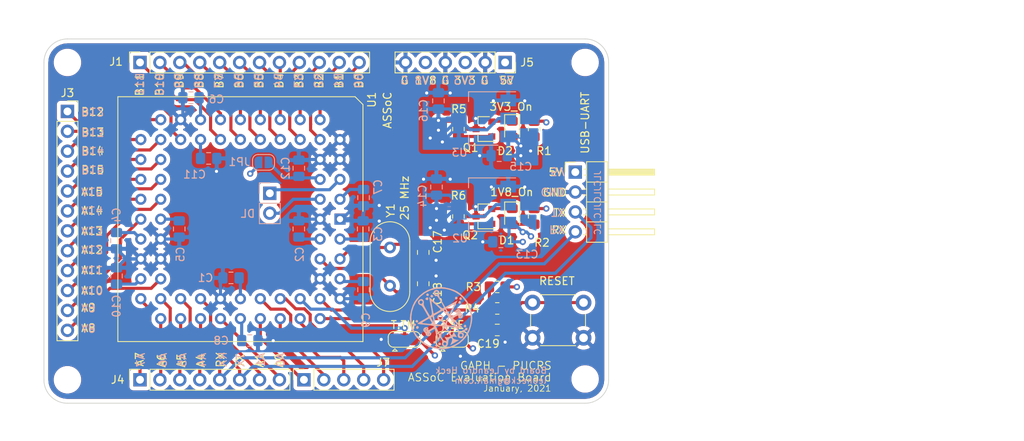
<source format=kicad_pcb>
(kicad_pcb (version 20171130) (host pcbnew 5.1.6+dfsg1-1)
  (title_block (title "ASSoC Eval Board") (date 2021-01-22) (rev 0.1) (company GAPH) (comment 1 "By Leandro Heck"))
  (layers (0 F.Cu signal) (1 Gnd power) (2 Pwr power) (31 B.Cu signal) (34 B.Paste user) (35 F.Paste user) (36 B.SilkS user) (37 F.SilkS user) (38 B.Mask user) (39 F.Mask user) (44 Edge.Cuts user))
  (net 0 "")
  (net 1 GND)
  (net 2 +3V3)
  (net 3 /ASSOC_RST)
  (net 4 /XI)
  (net 5 /XO)
  (net 6 +1V8)
  (net 7 +5V)
  (net 8 /ASSOC_TX)
  (net 9 /ASSOC_RX)
  (net 10 "Net-(D1-Pad2)")
  (net 11 "Net-(D1-Pad1)")
  (net 12 "Net-(D2-Pad2)")
  (net 13 "Net-(D2-Pad1)")
  (net 14 "Net-(Q1-Pad1)")
  (net 15 "Net-(Q2-Pad1)")
  (net 16 /1V8_ASYNC)
  (net 17 /A0)
  (net 18 /A1)
  (net 19 /A4)
  (net 20 /A5)
  (net 21 /A6)
  (net 22 /A7)
  (net 23 /B0)
  (net 24 /B1)
  (net 25 /B2)
  (net 26 /B3)
  (net 27 /B4)
  (net 28 /B5)
  (net 29 /B6)
  (net 30 /B7)
  (net 31 /B8)
  (net 32 /B9)
  (net 33 /B10)
  (net 34 /B11)
  (net 35 /A8)
  (net 36 /A9)
  (net 37 /A10)
  (net 38 /A11)
  (net 39 /A12)
  (net 40 /A13)
  (net 41 /A14)
  (net 42 /A15)
  (net 43 /B15)
  (net 44 /B14)
  (net 45 /B13)
  (net 46 /B12)
  (net 47 /DL_I)
  (net 48 /DL_O)
  (net 49 /TEST.TM)
  (net 50 /TEST.SE)
  (net 51 "Net-(R4-Pad2)")
  (net 52 /M.SS.ROM)
  (net 53 /M.MISO)
  (net 54 /M.MOSI)
  (net 55 /M.SCLK)
  (net 56 /M.SS.RAM)
  (module Capacitor_SMD:C_0805_2012Metric_Pad1.18x1.45mm_HandSolder (layer B.Cu) (at 135.25 116)
    (fp_text reference C8 (at -3.65 0 180) (layer B.SilkS) (effects (justify mirror)))
    (fp_text value 100n)
    (pad 2 smd roundrect (at 1.0375 0) (size 1.175 1.45) (layers B.Cu B.Paste B.Mask) (roundrect_rratio 0.2127659574468085) (net 1 GND))
    (pad 1 smd roundrect (at -1.0375 0) (size 1.175 1.45) (layers B.Cu B.Paste B.Mask) (roundrect_rratio 0.2127659574468085) (net 6 +1V8))
  )
  (module GAPH-Chips:PLCC-68_THT-Socket (layer F.Cu) (at 146.75 100.5 270)
    (fp_text reference U1 (at -15.233334 -4.05 270) (layer F.SilkS))
    (fp_text value ASSoC (at -13.9 -6.05 270) (layer F.SilkS))
    (fp_text user "GAPH - PUCRS" (at 18.7 -21.15) (layer F.SilkS) (effects (font (thickness 0.12))))
    (pad 60 thru_hole circle (at 12.7 2.54 270) (size 1.4224 1.4224) (drill 0.8) (layers *.Cu *.Mask) (net 50 /TEST.SE))
    (pad 58 thru_hole circle (at 12.7 5.08 270) (size 1.4224 1.4224) (drill 0.8) (layers *.Cu *.Mask) (net 52 /M.SS.ROM))
    (pad 56 thru_hole circle (at 12.7 7.62 270) (size 1.4224 1.4224) (drill 0.8) (layers *.Cu *.Mask) (net 55 /M.SCLK))
    (pad 54 thru_hole circle (at 12.7 10.16 270) (size 1.4224 1.4224) (drill 0.8) (layers *.Cu *.Mask) (net 53 /M.MISO))
    (pad 52 thru_hole circle (at 12.7 12.7 270) (size 1.4224 1.4224) (drill 0.8) (layers *.Cu *.Mask) (net 6 +1V8))
    (pad 50 thru_hole circle (at 12.7 15.24 270) (size 1.4224 1.4224) (drill 0.8) (layers *.Cu *.Mask) (net 17 /A0))
    (pad 48 thru_hole circle (at 12.7 17.78 270) (size 1.4224 1.4224) (drill 0.8) (layers *.Cu *.Mask) (net 8 /ASSOC_TX))
    (pad 46 thru_hole circle (at 12.7 20.32 270) (size 1.4224 1.4224) (drill 0.8) (layers *.Cu *.Mask) (net 19 /A4))
    (pad 61 thru_hole circle (at 10.16 0 270) (size 1.4224 1.4224) (drill 0.8) (layers *.Cu *.Mask) (net 1 GND))
    (pad 59 thru_hole circle (at 10.16 5.08 270) (size 1.4224 1.4224) (drill 0.8) (layers *.Cu *.Mask) (net 49 /TEST.TM))
    (pad 57 thru_hole circle (at 10.16 7.62 270) (size 1.4224 1.4224) (drill 0.8) (layers *.Cu *.Mask) (net 56 /M.SS.RAM))
    (pad 55 thru_hole circle (at 10.16 10.16 270) (size 1.4224 1.4224) (drill 0.8) (layers *.Cu *.Mask) (net 54 /M.MOSI))
    (pad 53 thru_hole circle (at 10.16 12.7 270) (size 1.4224 1.4224) (drill 0.8) (layers *.Cu *.Mask) (net 2 +3V3))
    (pad 51 thru_hole circle (at 10.16 15.24 270) (size 1.4224 1.4224) (drill 0.8) (layers *.Cu *.Mask) (net 1 GND))
    (pad 49 thru_hole circle (at 10.16 17.78 270) (size 1.4224 1.4224) (drill 0.8) (layers *.Cu *.Mask) (net 18 /A1))
    (pad 47 thru_hole circle (at 10.16 20.32 270) (size 1.4224 1.4224) (drill 0.8) (layers *.Cu *.Mask) (net 9 /ASSOC_RX))
    (pad 45 thru_hole circle (at 10.16 22.86 270) (size 1.4224 1.4224) (drill 0.8) (layers *.Cu *.Mask) (net 20 /A5))
    (pad 43 thru_hole circle (at 10.16 25.4 270) (size 1.4224 1.4224) (drill 0.8) (layers *.Cu *.Mask) (net 22 /A7))
    (pad 41 thru_hole circle (at 7.62 25.4 270) (size 1.4224 1.4224) (drill 0.8) (layers *.Cu *.Mask) (net 6 +1V8))
    (pad 39 thru_hole circle (at 5.08 25.4 270) (size 1.4224 1.4224) (drill 0.8) (layers *.Cu *.Mask) (net 1 GND))
    (pad 37 thru_hole circle (at 2.54 25.4 270) (size 1.4224 1.4224) (drill 0.8) (layers *.Cu *.Mask) (net 2 +3V3))
    (pad 35 thru_hole circle (at 0 25.4 270) (size 1.4224 1.4224) (drill 0.8) (layers *.Cu *.Mask) (net 36 /A9))
    (pad 33 thru_hole circle (at -2.54 25.4 270) (size 1.4224 1.4224) (drill 0.8) (layers *.Cu *.Mask) (net 38 /A11))
    (pad 31 thru_hole circle (at -5.08 25.4 270) (size 1.4224 1.4224) (drill 0.8) (layers *.Cu *.Mask) (net 40 /A13))
    (pad 29 thru_hole circle (at -7.62 25.4 270) (size 1.4224 1.4224) (drill 0.8) (layers *.Cu *.Mask) (net 42 /A15))
    (pad 27 thru_hole circle (at -10.16 25.4 270) (size 1.4224 1.4224) (drill 0.8) (layers *.Cu *.Mask) (net 45 /B13))
    (pad 44 thru_hole circle (at 12.7 22.86 270) (size 1.4224 1.4224) (drill 0.8) (layers *.Cu *.Mask) (net 21 /A6))
    (pad 42 thru_hole circle (at 7.62 22.86 270) (size 1.4224 1.4224) (drill 0.8) (layers *.Cu *.Mask) (net 35 /A8))
    (pad 40 thru_hole circle (at 5.08 22.86 270) (size 1.4224 1.4224) (drill 0.8) (layers *.Cu *.Mask) (net 1 GND))
    (pad 38 thru_hole circle (at 2.54 22.86 270) (size 1.4224 1.4224) (drill 0.8) (layers *.Cu *.Mask) (net 1 GND))
    (pad 36 thru_hole circle (at 0 22.86 270) (size 1.4224 1.4224) (drill 0.8) (layers *.Cu *.Mask) (net 2 +3V3))
    (pad 34 thru_hole circle (at -2.54 22.86 270) (size 1.4224 1.4224) (drill 0.8) (layers *.Cu *.Mask) (net 37 /A10))
    (pad 32 thru_hole circle (at -5.08 22.86 270) (size 1.4224 1.4224) (drill 0.8) (layers *.Cu *.Mask) (net 39 /A12))
    (pad 30 thru_hole circle (at -7.62 22.86 270) (size 1.4224 1.4224) (drill 0.8) (layers *.Cu *.Mask) (net 41 /A14))
    (pad 28 thru_hole circle (at -10.16 22.86 270) (size 1.4224 1.4224) (drill 0.8) (layers *.Cu *.Mask) (net 46 /B12))
    (pad 26 thru_hole circle (at -12.7 22.86 270) (size 1.4224 1.4224) (drill 0.8) (layers *.Cu *.Mask) (net 44 /B14))
    (pad 24 thru_hole circle (at -12.7 20.32 270) (size 1.4224 1.4224) (drill 0.8) (layers *.Cu *.Mask) (net 1 GND))
    (pad 22 thru_hole circle (at -12.7 17.78 270) (size 1.4224 1.4224) (drill 0.8) (layers *.Cu *.Mask) (net 2 +3V3))
    (pad 20 thru_hole circle (at -12.7 15.24 270) (size 1.4224 1.4224) (drill 0.8) (layers *.Cu *.Mask) (net 33 /B10))
    (pad 18 thru_hole circle (at -12.7 12.7 270) (size 1.4224 1.4224) (drill 0.8) (layers *.Cu *.Mask) (net 31 /B8))
    (pad 16 thru_hole circle (at -12.7 10.16 270) (size 1.4224 1.4224) (drill 0.8) (layers *.Cu *.Mask) (net 29 /B6))
    (pad 14 thru_hole circle (at -12.7 7.62 270) (size 1.4224 1.4224) (drill 0.8) (layers *.Cu *.Mask) (net 27 /B4))
    (pad 12 thru_hole circle (at -12.7 5.08 270) (size 1.4224 1.4224) (drill 0.8) (layers *.Cu *.Mask) (net 25 /B2))
    (pad 10 thru_hole circle (at -12.7 2.54 270) (size 1.4224 1.4224) (drill 0.8) (layers *.Cu *.Mask) (net 23 /B0))
    (pad 25 thru_hole circle (at -10.16 20.32 270) (size 1.4224 1.4224) (drill 0.8) (layers *.Cu *.Mask) (net 43 /B15))
    (pad 23 thru_hole circle (at -10.16 17.78 270) (size 1.4224 1.4224) (drill 0.8) (layers *.Cu *.Mask) (net 6 +1V8))
    (pad 21 thru_hole circle (at -10.16 15.24 270) (size 1.4224 1.4224) (drill 0.8) (layers *.Cu *.Mask) (net 34 /B11))
    (pad 19 thru_hole circle (at -10.16 12.7 270) (size 1.4224 1.4224) (drill 0.8) (layers *.Cu *.Mask) (net 32 /B9))
    (pad 17 thru_hole circle (at -10.16 10.16 270) (size 1.4224 1.4224) (drill 0.8) (layers *.Cu *.Mask) (net 30 /B7))
    (pad 15 thru_hole circle (at -10.16 7.62 270) (size 1.4224 1.4224) (drill 0.8) (layers *.Cu *.Mask) (net 28 /B5))
    (pad 13 thru_hole circle (at -10.16 5.08 270) (size 1.4224 1.4224) (drill 0.8) (layers *.Cu *.Mask) (net 26 /B3))
    (pad 11 thru_hole circle (at -10.16 2.54 270) (size 1.4224 1.4224) (drill 0.8) (layers *.Cu *.Mask) (net 24 /B1))
    (pad 63 thru_hole circle (at 7.62 0 270) (size 1.4224 1.4224) (drill 0.8) (layers *.Cu *.Mask) (net 6 +1V8))
    (pad 65 thru_hole circle (at 5.08 0 270) (size 1.4224 1.4224) (drill 0.8) (layers *.Cu *.Mask) (net 4 /XI))
    (pad 67 thru_hole circle (at 2.54 0 270) (size 1.4224 1.4224) (drill 0.8) (layers *.Cu *.Mask) (net 2 +3V3))
    (pad 9 thru_hole circle (at -10.16 0 270) (size 1.4224 1.4224) (drill 0.8) (layers *.Cu *.Mask) (net 1 GND))
    (pad 7 thru_hole circle (at -7.62 0 270) (size 1.4224 1.4224) (drill 0.8) (layers *.Cu *.Mask) (net 1 GND))
    (pad 5 thru_hole circle (at -5.08 0 270) (size 1.4224 1.4224) (drill 0.8) (layers *.Cu *.Mask) (net 48 /DL_O))
    (pad 3 thru_hole circle (at -2.54 0 270) (size 1.4224 1.4224) (drill 0.8) (layers *.Cu *.Mask) (net 2 +3V3))
    (pad 1 thru_hole rect (at 0 0 270) (size 1.4224 1.4224) (drill 0.8) (layers *.Cu *.Mask) (net 1 GND))
    (pad 62 thru_hole circle (at 10.16 2.54 270) (size 1.4224 1.4224) (drill 0.8) (layers *.Cu *.Mask) (net 3 /ASSOC_RST))
    (pad 64 thru_hole circle (at 7.62 2.54 270) (size 1.4224 1.4224) (drill 0.8) (layers *.Cu *.Mask) (net 1 GND))
    (pad 66 thru_hole circle (at 5.08 2.54 270) (size 1.4224 1.4224) (drill 0.8) (layers *.Cu *.Mask) (net 5 /XO))
    (pad 68 thru_hole circle (at 2.54 2.54 270) (size 1.4224 1.4224) (drill 0.8) (layers *.Cu *.Mask) (net 2 +3V3))
    (pad 8 thru_hole circle (at -7.62 2.54 270) (size 1.4224 1.4224) (drill 0.8) (layers *.Cu *.Mask) (net 1 GND))
    (pad 6 thru_hole circle (at -5.08 2.54 270) (size 1.4224 1.4224) (drill 0.8) (layers *.Cu *.Mask) (net 16 /1V8_ASYNC))
    (pad 4 thru_hole circle (at -2.54 2.54 270) (size 1.4224 1.4224) (drill 0.8) (layers *.Cu *.Mask) (net 47 /DL_I))
    (pad 2 thru_hole circle (at 0 2.54 270) (size 1.4224 1.4224) (drill 0.8) (layers *.Cu *.Mask) (net 1 GND))
  )
  (module Connector_PinSocket_2.54mm:PinSocket_1x05_P2.54mm_Vertical (layer F.Cu) (at 142.15 121 90)
    (fp_text reference J7 (at 2.2 10.1 180) (layer F.SilkS))
    (fp_text value H4)
    (pad 1 thru_hole rect (at 0 0 90) (size 1.7 1.7) (drill 1) (layers *.Cu *.Mask) (net 53 /M.MISO))
    (pad 2 thru_hole oval (at 0 2.54 90) (size 1.7 1.7) (drill 1) (layers *.Cu *.Mask) (net 55 /M.SCLK))
    (pad 3 thru_hole oval (at 0 5.08 90) (size 1.7 1.7) (drill 1) (layers *.Cu *.Mask) (net 54 /M.MOSI))
    (pad 4 thru_hole oval (at 0 7.62 90) (size 1.7 1.7) (drill 1) (layers *.Cu *.Mask) (net 52 /M.SS.ROM))
    (pad 5 thru_hole oval (at 0 10.16 90) (size 1.7 1.7) (drill 1) (layers *.Cu *.Mask) (net 56 /M.SS.RAM))
  )
  (module GAPH-Extra:Astaroth-Seal (layer B.Cu) (at 159.65 113.1 210)
    (fp_text reference G*** hide)
    (fp_text value LOGO hide)
  )
  (module Connector_PinSocket_2.54mm:PinSocket_1x06_P2.54mm_Vertical (layer F.Cu) (at 167.8 80.5 270)
    (fp_text reference J5 (at 0 -2.8 180) (layer F.SilkS))
    (fp_text value PWR)
    (pad 6 thru_hole oval (at 0 12.7 270) (size 1.7 1.7) (drill 1) (layers *.Cu *.Mask) (net 1 GND))
    (pad 5 thru_hole oval (at 0 10.16 270) (size 1.7 1.7) (drill 1) (layers *.Cu *.Mask) (net 2 +3V3))
    (pad 4 thru_hole oval (at 0 7.62 270) (size 1.7 1.7) (drill 1) (layers *.Cu *.Mask) (net 1 GND))
    (pad 3 thru_hole oval (at 0 5.08 270) (size 1.7 1.7) (drill 1) (layers *.Cu *.Mask) (net 6 +1V8))
    (pad 2 thru_hole oval (at 0 2.54 270) (size 1.7 1.7) (drill 1) (layers *.Cu *.Mask) (net 1 GND))
    (pad 1 thru_hole rect (at 0 0 270) (size 1.7 1.7) (drill 1) (layers *.Cu *.Mask) (net 7 +5V))
  )
  (module Connector_PinSocket_2.54mm:PinSocket_1x02_P2.54mm_Vertical (layer B.Cu) (at 137.8 97.2 180)
    (fp_text reference J6 hide)
    (fp_text value DL (at 2.8 -2.6) (layer B.SilkS) (effects (justify mirror)))
    (pad 2 thru_hole oval (at 0 -2.54 180) (size 1.7 1.7) (drill 1) (layers *.Cu *.Mask) (net 47 /DL_I))
    (pad 1 thru_hole rect (at 0 0 180) (size 1.7 1.7) (drill 1) (layers *.Cu *.Mask) (net 48 /DL_O))
  )
  (module Jumper:SolderJumper-2_P1.3mm_Open_RoundedPad1.0x1.5mm (layer B.Cu) (at 137 93.25 180)
    (fp_text reference JP1 (at 3.1 0.05) (layer B.SilkS) (effects (justify mirror)))
    (fp_text value SolderJumper_2_Bridged)
    (pad 2 smd custom (at 0.65 0 180) (size 1 0.5) (layers B.Cu B.Mask) (net 6 +1V8) (options (clearance outline) (anchor rect)) (primitives (gr_circle (center 0 -0.25) (end 0.5 -0.25) (width 0)) (gr_circle (center 0 0.25) (end 0.5 0.25) (width 0)) (gr_poly (pts (xy 0 0.75) (xy -0.5 0.75) (xy -0.5 -0.75) (xy 0 -0.75)) (width 0))))
    (pad 1 smd custom (at -0.65 0 180) (size 1 0.5) (layers B.Cu B.Mask) (net 16 /1V8_ASYNC) (options (clearance outline) (anchor rect)) (primitives (gr_circle (center 0 -0.25) (end 0.5 -0.25) (width 0)) (gr_circle (center 0 0.25) (end 0.5 0.25) (width 0)) (gr_poly (pts (xy 0 0.75) (xy 0.5 0.75) (xy 0.5 -0.75) (xy 0 -0.75)) (width 0))))
  )
  (module Package_TO_SOT_SMD:SOT-223 (layer B.Cu) (at 165.05 98.65 180)
    (fp_text reference U2 (at 3 -4.3 180) (layer B.SilkS) (effects (justify mirror)))
    (fp_text value LM1117-3.3)
    (pad 1 smd rect (at -3.15 2.3 180) (size 2 1.5) (layers B.Cu B.Paste B.Mask) (net 1 GND))
    (pad 3 smd rect (at -3.15 -2.3 180) (size 2 1.5) (layers B.Cu B.Paste B.Mask) (net 7 +5V))
    (pad 2 smd rect (at -3.15 0 180) (size 2 1.5) (layers B.Cu B.Paste B.Mask) (net 6 +1V8))
    (pad 2 smd rect (at 3.15 0 180) (size 2 3.8) (layers B.Cu B.Paste B.Mask) (net 6 +1V8))
  )
  (module Package_TO_SOT_SMD:SOT-223 (layer B.Cu) (at 165.05 87.65 180)
    (fp_text reference U3 (at 3.05 -4.35 180) (layer B.SilkS) (effects (justify mirror)))
    (fp_text value LM1117-3.3)
    (pad 1 smd rect (at -3.15 2.3 180) (size 2 1.5) (layers B.Cu B.Paste B.Mask) (net 1 GND))
    (pad 3 smd rect (at -3.15 -2.3 180) (size 2 1.5) (layers B.Cu B.Paste B.Mask) (net 7 +5V))
    (pad 2 smd rect (at -3.15 0 180) (size 2 1.5) (layers B.Cu B.Paste B.Mask) (net 2 +3V3))
    (pad 2 smd rect (at 3.15 0 180) (size 2 3.8) (layers B.Cu B.Paste B.Mask) (net 2 +3V3))
  )
  (module Connector_PinSocket_2.54mm:PinSocket_1x12_P2.54mm_Vertical (layer F.Cu) (at 112 86.75)
    (fp_text reference J3 (at 0 -2.35) (layer F.SilkS))
    (fp_text value H2)
    (pad 12 thru_hole oval (at 0 27.94) (size 1.7 1.7) (drill 1) (layers *.Cu *.Mask) (net 35 /A8))
    (pad 11 thru_hole oval (at 0 25.4) (size 1.7 1.7) (drill 1) (layers *.Cu *.Mask) (net 36 /A9))
    (pad 10 thru_hole oval (at 0 22.86) (size 1.7 1.7) (drill 1) (layers *.Cu *.Mask) (net 37 /A10))
    (pad 9 thru_hole oval (at 0 20.32) (size 1.7 1.7) (drill 1) (layers *.Cu *.Mask) (net 38 /A11))
    (pad 8 thru_hole oval (at 0 17.78) (size 1.7 1.7) (drill 1) (layers *.Cu *.Mask) (net 39 /A12))
    (pad 7 thru_hole oval (at 0 15.24) (size 1.7 1.7) (drill 1) (layers *.Cu *.Mask) (net 40 /A13))
    (pad 6 thru_hole oval (at 0 12.7) (size 1.7 1.7) (drill 1) (layers *.Cu *.Mask) (net 41 /A14))
    (pad 5 thru_hole oval (at 0 10.16) (size 1.7 1.7) (drill 1) (layers *.Cu *.Mask) (net 42 /A15))
    (pad 4 thru_hole oval (at 0 7.62) (size 1.7 1.7) (drill 1) (layers *.Cu *.Mask) (net 46 /B12))
    (pad 3 thru_hole oval (at 0 5.08) (size 1.7 1.7) (drill 1) (layers *.Cu *.Mask) (net 45 /B13))
    (pad 2 thru_hole oval (at 0 2.54) (size 1.7 1.7) (drill 1) (layers *.Cu *.Mask) (net 44 /B14))
    (pad 1 thru_hole rect (at 0 0) (size 1.7 1.7) (drill 1) (layers *.Cu *.Mask) (net 43 /B15))
  )
  (module Connector_PinSocket_2.54mm:PinSocket_1x12_P2.54mm_Vertical (layer F.Cu) (at 121.25 80.5 90)
    (fp_text reference J1 (at 0.1 -3.05 180) (layer F.SilkS))
    (fp_text value H3)
    (pad 12 thru_hole oval (at 0 27.94 90) (size 1.7 1.7) (drill 1) (layers *.Cu *.Mask) (net 23 /B0))
    (pad 11 thru_hole oval (at 0 25.4 90) (size 1.7 1.7) (drill 1) (layers *.Cu *.Mask) (net 24 /B1))
    (pad 10 thru_hole oval (at 0 22.86 90) (size 1.7 1.7) (drill 1) (layers *.Cu *.Mask) (net 25 /B2))
    (pad 9 thru_hole oval (at 0 20.32 90) (size 1.7 1.7) (drill 1) (layers *.Cu *.Mask) (net 26 /B3))
    (pad 8 thru_hole oval (at 0 17.78 90) (size 1.7 1.7) (drill 1) (layers *.Cu *.Mask) (net 27 /B4))
    (pad 7 thru_hole oval (at 0 15.24 90) (size 1.7 1.7) (drill 1) (layers *.Cu *.Mask) (net 28 /B5))
    (pad 6 thru_hole oval (at 0 12.7 90) (size 1.7 1.7) (drill 1) (layers *.Cu *.Mask) (net 29 /B6))
    (pad 5 thru_hole oval (at 0 10.16 90) (size 1.7 1.7) (drill 1) (layers *.Cu *.Mask) (net 30 /B7))
    (pad 4 thru_hole oval (at 0 7.62 90) (size 1.7 1.7) (drill 1) (layers *.Cu *.Mask) (net 31 /B8))
    (pad 3 thru_hole oval (at 0 5.08 90) (size 1.7 1.7) (drill 1) (layers *.Cu *.Mask) (net 32 /B9))
    (pad 2 thru_hole oval (at 0 2.54 90) (size 1.7 1.7) (drill 1) (layers *.Cu *.Mask) (net 33 /B10))
    (pad 1 thru_hole rect (at 0 0 90) (size 1.7 1.7) (drill 1) (layers *.Cu *.Mask) (net 34 /B11))
  )
  (module Connector_PinSocket_2.54mm:PinSocket_1x08_P2.54mm_Vertical (layer F.Cu) (at 121.25 121 90)
    (fp_text reference J4 (at 0 -2.85 180) (layer F.SilkS))
    (fp_text value H1)
    (pad 8 thru_hole oval (at 0 17.78 90) (size 1.7 1.7) (drill 1) (layers *.Cu *.Mask) (net 17 /A0))
    (pad 7 thru_hole oval (at 0 15.24 90) (size 1.7 1.7) (drill 1) (layers *.Cu *.Mask) (net 18 /A1))
    (pad 6 thru_hole oval (at 0 12.7 90) (size 1.7 1.7) (drill 1) (layers *.Cu *.Mask) (net 8 /ASSOC_TX))
    (pad 5 thru_hole oval (at 0 10.16 90) (size 1.7 1.7) (drill 1) (layers *.Cu *.Mask) (net 9 /ASSOC_RX))
    (pad 4 thru_hole oval (at 0 7.62 90) (size 1.7 1.7) (drill 1) (layers *.Cu *.Mask) (net 19 /A4))
    (pad 3 thru_hole oval (at 0 5.08 90) (size 1.7 1.7) (drill 1) (layers *.Cu *.Mask) (net 20 /A5))
    (pad 2 thru_hole oval (at 0 2.54 90) (size 1.7 1.7) (drill 1) (layers *.Cu *.Mask) (net 21 /A6))
    (pad 1 thru_hole rect (at 0 0 90) (size 1.7 1.7) (drill 1) (layers *.Cu *.Mask) (net 22 /A7))
  )
  (module Jumper:SolderJumper-3_P1.3mm_Bridged2Bar12_RoundedPad1.0x1.5mm (layer F.Cu) (at 161.05 115.85)
    (fp_text reference JP2 hide)
    (fp_text value T.SE (at 0 -1.85 180) (layer F.SilkS))
    (fp_poly (pts (xy -0.9 -0.6) (xy -0.4 -0.6) (xy -0.4 -0.2) (xy -0.9 -0.2)) (layer F.Cu) (width 0))
    (fp_poly (pts (xy -0.9 0.2) (xy -0.4 0.2) (xy -0.4 0.6) (xy -0.9 0.6)) (layer F.Cu) (width 0))
    (pad 1 smd custom (at -1.3 0) (size 1 0.5) (layers F.Cu F.Mask) (net 1 GND) (options (clearance outline) (anchor rect)) (primitives (gr_circle (center 0 0.25) (end 0.5 0.25) (width 0)) (gr_circle (center 0 -0.25) (end 0.5 -0.25) (width 0)) (gr_poly (pts (xy 0.55 -0.75) (xy 0 -0.75) (xy 0 0.75) (xy 0.55 0.75)) (width 0))))
    (pad 2 smd rect (at 0 0) (size 1 1.5) (layers F.Cu F.Mask) (net 50 /TEST.SE))
    (pad 3 smd custom (at 1.3 0) (size 1 0.5) (layers F.Cu F.Mask) (net 2 +3V3) (options (clearance outline) (anchor rect)) (primitives (gr_circle (center 0 0.25) (end 0.5 0.25) (width 0)) (gr_circle (center 0 -0.25) (end 0.5 -0.25) (width 0)) (gr_poly (pts (xy -0.55 -0.75) (xy 0 -0.75) (xy 0 0.75) (xy -0.55 0.75)) (width 0))))
  )
  (module Jumper:SolderJumper-3_P1.3mm_Bridged2Bar12_RoundedPad1.0x1.5mm (layer F.Cu) (at 154.95 115.85)
    (fp_text reference JP3 hide)
    (fp_text value T.TM (at -0.15 -1.85) (layer F.SilkS))
    (fp_poly (pts (xy -0.9 -0.6) (xy -0.4 -0.6) (xy -0.4 -0.2) (xy -0.9 -0.2)) (layer F.Cu) (width 0))
    (fp_poly (pts (xy -0.9 0.2) (xy -0.4 0.2) (xy -0.4 0.6) (xy -0.9 0.6)) (layer F.Cu) (width 0))
    (pad 1 smd custom (at -1.3 0) (size 1 0.5) (layers F.Cu F.Mask) (net 1 GND) (options (clearance outline) (anchor rect)) (primitives (gr_circle (center 0 0.25) (end 0.5 0.25) (width 0)) (gr_circle (center 0 -0.25) (end 0.5 -0.25) (width 0)) (gr_poly (pts (xy 0.55 -0.75) (xy 0 -0.75) (xy 0 0.75) (xy 0.55 0.75)) (width 0))))
    (pad 2 smd rect (at 0 0) (size 1 1.5) (layers F.Cu F.Mask) (net 49 /TEST.TM))
    (pad 3 smd custom (at 1.3 0) (size 1 0.5) (layers F.Cu F.Mask) (net 2 +3V3) (options (clearance outline) (anchor rect)) (primitives (gr_circle (center 0 0.25) (end 0.5 0.25) (width 0)) (gr_circle (center 0 -0.25) (end 0.5 -0.25) (width 0)) (gr_poly (pts (xy -0.55 -0.75) (xy 0 -0.75) (xy 0 0.75) (xy -0.55 0.75)) (width 0))))
  )
  (module GAPH-Extra:MountingHole_2.5mm (layer F.Cu) (at 112 121 270)
    (fp_text reference H4 hide)
    (fp_text value MountingHole hide)
    (pad 1 np_thru_hole circle (at 0 0 270) (size 2.5 2.5) (drill 2.5) (layers *.Cu *.Mask))
  )
  (module GAPH-Extra:MountingHole_2.5mm (layer F.Cu) (at 178 120.903121 270)
    (fp_text reference H3 hide)
    (fp_text value MountingHole hide)
    (pad 1 np_thru_hole circle (at 0 0 270) (size 2.5 2.5) (drill 2.5) (layers *.Cu *.Mask))
  )
  (module GAPH-Extra:MountingHole_2.5mm (layer F.Cu) (at 112 80.5 270)
    (fp_text reference H2 hide)
    (fp_text value MountingHole hide)
    (pad 1 np_thru_hole circle (at 0 0 270) (size 2.5 2.5) (drill 2.5) (layers *.Cu *.Mask))
  )
  (module GAPH-Extra:MountingHole_2.5mm (layer F.Cu) (at 178 80.5 270)
    (fp_text reference H1 hide)
    (fp_text value MountingHole hide)
    (pad 1 np_thru_hole circle (at 0 0 270) (size 2.5 2.5) (drill 2.5) (layers *.Cu *.Mask))
  )
  (module Resistor_SMD:R_0805_2012Metric_Pad1.20x1.40mm_HandSolder (layer F.Cu) (at 171.5 100.15 270)
    (fp_text reference R2 (at 3.35 -1 180) (layer F.SilkS))
    (fp_text value 330)
    (pad 1 smd roundrect (at -1 0 270) (size 1.2 1.4) (layers F.Cu F.Paste F.Mask) (roundrect_rratio 0.208333) (net 7 +5V))
    (pad 2 smd roundrect (at 1 0 270) (size 1.2 1.4) (layers F.Cu F.Paste F.Mask) (roundrect_rratio 0.208333) (net 10 "Net-(D1-Pad2)"))
  )
  (module Resistor_SMD:R_0805_2012Metric_Pad1.20x1.40mm_HandSolder (layer F.Cu) (at 161.85 100.15 90)
    (fp_text reference R6 (at 2.65 0) (layer F.SilkS))
    (fp_text value 1k)
    (pad 1 smd roundrect (at -1 0 90) (size 1.2 1.4) (layers F.Cu F.Paste F.Mask) (roundrect_rratio 0.208333) (net 15 "Net-(Q2-Pad1)"))
    (pad 2 smd roundrect (at 1 0 90) (size 1.2 1.4) (layers F.Cu F.Paste F.Mask) (roundrect_rratio 0.208333) (net 6 +1V8))
  )
  (module Resistor_SMD:R_0805_2012Metric_Pad1.20x1.40mm_HandSolder (layer F.Cu) (at 171.5 89 270)
    (fp_text reference R1 (at 2.8 -1.25 180) (layer F.SilkS))
    (fp_text value 330)
    (pad 2 smd roundrect (at 1 0 270) (size 1.2 1.4) (layers F.Cu F.Paste F.Mask) (roundrect_rratio 0.208333) (net 12 "Net-(D2-Pad2)"))
    (pad 1 smd roundrect (at -1 0 270) (size 1.2 1.4) (layers F.Cu F.Paste F.Mask) (roundrect_rratio 0.208333) (net 7 +5V))
  )
  (module Resistor_SMD:R_0805_2012Metric_Pad1.20x1.40mm_HandSolder (layer F.Cu) (at 161.85 89 90)
    (fp_text reference R5 (at 2.55 0.05) (layer F.SilkS))
    (fp_text value 1k)
    (pad 2 smd roundrect (at 1 0 90) (size 1.2 1.4) (layers F.Cu F.Paste F.Mask) (roundrect_rratio 0.208333) (net 2 +3V3))
    (pad 1 smd roundrect (at -1 0 90) (size 1.2 1.4) (layers F.Cu F.Paste F.Mask) (roundrect_rratio 0.208333) (net 14 "Net-(Q1-Pad1)"))
  )
  (module Package_TO_SOT_SMD:SOT-23 (layer F.Cu) (at 165.1 100.15 180)
    (fp_text reference Q2 (at 1.75 -2.4) (layer F.SilkS))
    (fp_text value Q_NPN_BCE)
    (pad 1 smd rect (at -1 -0.95 180) (size 0.9 0.8) (layers F.Cu F.Paste F.Mask) (net 15 "Net-(Q2-Pad1)"))
    (pad 2 smd rect (at -1 0.95 180) (size 0.9 0.8) (layers F.Cu F.Paste F.Mask) (net 11 "Net-(D1-Pad1)"))
    (pad 3 smd rect (at 1 0 180) (size 0.9 0.8) (layers F.Cu F.Paste F.Mask) (net 1 GND))
  )
  (module Package_TO_SOT_SMD:SOT-23 (layer F.Cu) (at 165.1 89 180)
    (fp_text reference Q1 (at 1.7 -2.4) (layer F.SilkS))
    (fp_text value Q_NPN_BCE)
    (pad 3 smd rect (at 1 0 180) (size 0.9 0.8) (layers F.Cu F.Paste F.Mask) (net 1 GND))
    (pad 2 smd rect (at -1 0.95 180) (size 0.9 0.8) (layers F.Cu F.Paste F.Mask) (net 13 "Net-(D2-Pad1)"))
    (pad 1 smd rect (at -1 -0.95 180) (size 0.9 0.8) (layers F.Cu F.Paste F.Mask) (net 14 "Net-(Q1-Pad1)"))
  )
  (module Connector_PinHeader_2.54mm:PinHeader_1x04_P2.54mm_Horizontal (layer F.Cu) (at 176.75 94.5)
    (fp_text reference J2 hide)
    (fp_text value USB-UART (at 1.25 -6.3 90) (layer F.SilkS))
    (pad 4 thru_hole oval (at 0 7.62) (size 1.7 1.7) (drill 1) (layers *.Cu *.Mask) (net 9 /ASSOC_RX))
    (pad 3 thru_hole oval (at 0 5.08) (size 1.7 1.7) (drill 1) (layers *.Cu *.Mask) (net 8 /ASSOC_TX))
    (pad 2 thru_hole oval (at 0 2.54) (size 1.7 1.7) (drill 1) (layers *.Cu *.Mask) (net 1 GND))
    (pad 1 thru_hole rect (at 0 0) (size 1.7 1.7) (drill 1) (layers *.Cu *.Mask) (net 7 +5V))
  )
  (module LED_SMD:LED_0805_2012Metric_Pad1.15x1.40mm_HandSolder (layer F.Cu) (at 168.7 100.1725 270)
    (fp_text reference D1 (at 3.0275 0.7 180) (layer F.SilkS))
    (fp_text value 1V8_On (at -3.1225 0.05 180) (layer F.SilkS))
    (pad 1 smd roundrect (at -1.025 0 270) (size 1.15 1.4) (layers F.Cu F.Paste F.Mask) (roundrect_rratio 0.217391) (net 11 "Net-(D1-Pad1)"))
    (pad 2 smd roundrect (at 1.025 0 270) (size 1.15 1.4) (layers F.Cu F.Paste F.Mask) (roundrect_rratio 0.217391) (net 10 "Net-(D1-Pad2)"))
  )
  (module LED_SMD:LED_0805_2012Metric_Pad1.15x1.40mm_HandSolder (layer F.Cu) (at 168.7 89.0225 270)
    (fp_text reference D2 (at 2.7775 0.9 180) (layer F.SilkS))
    (fp_text value 3V3_On (at -2.8725 0.15) (layer F.SilkS))
    (pad 2 smd roundrect (at 1.025 0 270) (size 1.15 1.4) (layers F.Cu F.Paste F.Mask) (roundrect_rratio 0.217391) (net 12 "Net-(D2-Pad2)"))
    (pad 1 smd roundrect (at -1.025 0 270) (size 1.15 1.4) (layers F.Cu F.Paste F.Mask) (roundrect_rratio 0.217391) (net 13 "Net-(D2-Pad1)"))
  )
  (module Resistor_SMD:R_0805_2012Metric_Pad1.20x1.40mm_HandSolder (layer F.Cu) (at 166.8 111.9)
    (fp_text reference R4 (at -3.2 0) (layer F.SilkS))
    (fp_text value 1K)
    (pad 2 smd roundrect (at 1 0) (size 1.2 1.4) (layers F.Cu F.Paste F.Mask) (roundrect_rratio 0.2083325) (net 51 "Net-(R4-Pad2)"))
    (pad 1 smd roundrect (at -1 0) (size 1.2 1.4) (layers F.Cu F.Paste F.Mask) (roundrect_rratio 0.2083325) (net 3 /ASSOC_RST))
  )
  (module Capacitor_SMD:C_0805_2012Metric_Pad1.18x1.45mm_HandSolder (layer B.Cu) (at 159.05 96.4 90)
    (fp_text reference C14 (at -1.15 -1.8 90) (layer B.SilkS) (effects (justify mirror)))
    (fp_text value 10u)
    (pad 2 smd roundrect (at 1.0375 0 90) (size 1.175 1.45) (layers B.Cu B.Paste B.Mask) (roundrect_rratio 0.2127659574468085) (net 1 GND))
    (pad 1 smd roundrect (at -1.0375 0 90) (size 1.175 1.45) (layers B.Cu B.Paste B.Mask) (roundrect_rratio 0.2127659574468085) (net 6 +1V8))
  )
  (module Capacitor_SMD:C_0805_2012Metric_Pad1.18x1.45mm_HandSolder (layer B.Cu) (at 159.3 85.4 90)
    (fp_text reference C16 (at -1.25 -1.9 270) (layer B.SilkS) (effects (justify mirror)))
    (fp_text value 10u)
    (pad 2 smd roundrect (at 1.0375 0 90) (size 1.175 1.45) (layers B.Cu B.Paste B.Mask) (roundrect_rratio 0.2127659574468085) (net 1 GND))
    (pad 1 smd roundrect (at -1.0375 0 90) (size 1.175 1.45) (layers B.Cu B.Paste B.Mask) (roundrect_rratio 0.2127659574468085) (net 2 +3V3))
  )
  (module Resistor_SMD:R_0805_2012Metric_Pad1.20x1.40mm_HandSolder (layer F.Cu) (at 166.8 109.15 180)
    (fp_text reference R3 (at 3.05 0) (layer F.SilkS))
    (fp_text value 10K)
    (pad 2 smd roundrect (at 1 0 180) (size 1.2 1.4) (layers F.Cu F.Paste F.Mask) (roundrect_rratio 0.2083325) (net 3 /ASSOC_RST))
    (pad 1 smd roundrect (at -1 0 180) (size 1.2 1.4) (layers F.Cu F.Paste F.Mask) (roundrect_rratio 0.2083325) (net 2 +3V3))
  )
  (module Capacitor_SMD:C_0805_2012Metric_Pad1.18x1.45mm_HandSolder (layer B.Cu) (at 141.5 94 90)
    (fp_text reference C12 (at 0 -1.7 90) (layer B.SilkS) (effects (justify mirror)))
    (fp_text value 100n)
    (pad 2 smd roundrect (at 1.0375 0 90) (size 1.175 1.45) (layers B.Cu B.Paste B.Mask) (roundrect_rratio 0.2127659574468085) (net 1 GND))
    (pad 1 smd roundrect (at -1.0375 0 90) (size 1.175 1.45) (layers B.Cu B.Paste B.Mask) (roundrect_rratio 0.2127659574468085) (net 16 /1V8_ASYNC))
  )
  (module Capacitor_SMD:C_0805_2012Metric_Pad1.18x1.45mm_HandSolder (layer F.Cu) (at 157.36 108.75 270)
    (fp_text reference C18 (at 1.25 -1.84 90) (layer F.SilkS))
    (fp_text value 18n)
    (pad 2 smd roundrect (at 1.0375 0 270) (size 1.175 1.45) (layers F.Cu F.Paste F.Mask) (roundrect_rratio 0.2127659574468085) (net 5 /XO))
    (pad 1 smd roundrect (at -1.0375 0 270) (size 1.175 1.45) (layers F.Cu F.Paste F.Mask) (roundrect_rratio 0.2127659574468085) (net 1 GND))
  )
  (module Capacitor_SMD:C_0805_2012Metric_Pad1.18x1.45mm_HandSolder (layer B.Cu) (at 130 92.75)
    (fp_text reference C11 (at -1.8 2.05 180) (layer B.SilkS) (effects (justify mirror)))
    (fp_text value 100n)
    (pad 2 smd roundrect (at 1.0375 0) (size 1.175 1.45) (layers B.Cu B.Paste B.Mask) (roundrect_rratio 0.2127659574468085) (net 1 GND))
    (pad 1 smd roundrect (at -1.0375 0) (size 1.175 1.45) (layers B.Cu B.Paste B.Mask) (roundrect_rratio 0.2127659574468085) (net 6 +1V8))
  )
  (module Capacitor_SMD:C_0805_2012Metric_Pad1.18x1.45mm_HandSolder (layer F.Cu) (at 157.36 104.75 90)
    (fp_text reference C17 (at 1.35 1.84 90) (layer F.SilkS))
    (fp_text value 18p)
    (pad 2 smd roundrect (at 1.0375 0 90) (size 1.175 1.45) (layers F.Cu F.Paste F.Mask) (roundrect_rratio 0.2127659574468085) (net 4 /XI))
    (pad 1 smd roundrect (at -1.0375 0 90) (size 1.175 1.45) (layers F.Cu F.Paste F.Mask) (roundrect_rratio 0.2127659574468085) (net 1 GND))
  )
  (module Capacitor_SMD:C_0805_2012Metric_Pad1.18x1.45mm_HandSolder (layer B.Cu) (at 118.25 107.75 90)
    (fp_text reference C10 (at -3.85 0 90) (layer B.SilkS) (effects (justify mirror)))
    (fp_text value 100n)
    (pad 2 smd roundrect (at 1.0375 0 90) (size 1.175 1.45) (layers B.Cu B.Paste B.Mask) (roundrect_rratio 0.2127659574468085) (net 1 GND))
    (pad 1 smd roundrect (at -1.0375 0 90) (size 1.175 1.45) (layers B.Cu B.Paste B.Mask) (roundrect_rratio 0.2127659574468085) (net 6 +1V8))
  )
  (module Capacitor_SMD:C_0805_2012Metric_Pad1.18x1.45mm_HandSolder (layer B.Cu) (at 149.75 109.5 270)
    (fp_text reference C9 (at 3.9 -0.3 270) (layer B.SilkS) (effects (justify mirror)))
    (fp_text value 100n)
    (pad 2 smd roundrect (at 1.0375 0 270) (size 1.175 1.45) (layers B.Cu B.Paste B.Mask) (roundrect_rratio 0.2127659574468085) (net 1 GND))
    (pad 1 smd roundrect (at -1.0375 0 270) (size 1.175 1.45) (layers B.Cu B.Paste B.Mask) (roundrect_rratio 0.2127659574468085) (net 6 +1V8))
  )
  (module Capacitor_SMD:C_0805_2012Metric_Pad1.18x1.45mm_HandSolder (layer B.Cu) (at 167.2625 103.4 180)
    (fp_text reference C13 (at -3.3375 -1.6) (layer B.SilkS) (effects (justify mirror)))
    (fp_text value 10u)
    (pad 2 smd roundrect (at 1.0375 0 180) (size 1.175 1.45) (layers B.Cu B.Paste B.Mask) (roundrect_rratio 0.2127659574468085) (net 1 GND))
    (pad 1 smd roundrect (at -1.0375 0 180) (size 1.175 1.45) (layers B.Cu B.Paste B.Mask) (roundrect_rratio 0.2127659574468085) (net 7 +5V))
  )
  (module Capacitor_SMD:C_0805_2012Metric_Pad1.18x1.45mm_HandSolder (layer F.Cu) (at 166.8 114.65 180)
    (fp_text reference C19 (at 1.15 -1.75 180) (layer F.SilkS))
    (fp_text value 100n)
    (pad 2 smd roundrect (at 1.0375 0 180) (size 1.175 1.45) (layers F.Cu F.Paste F.Mask) (roundrect_rratio 0.2127659574468085) (net 3 /ASSOC_RST))
    (pad 1 smd roundrect (at -1.0375 0 180) (size 1.175 1.45) (layers F.Cu F.Paste F.Mask) (roundrect_rratio 0.2127659574468085) (net 1 GND))
  )
  (module Capacitor_SMD:C_0805_2012Metric_Pad1.18x1.45mm_HandSolder (layer B.Cu) (at 149.75 97.75 270)
    (fp_text reference C7 (at -1.35 -1.85 90) (layer B.SilkS) (effects (justify mirror)))
    (fp_text value 100n)
    (pad 2 smd roundrect (at 1.0375 0 270) (size 1.175 1.45) (layers B.Cu B.Paste B.Mask) (roundrect_rratio 0.2127659574468085) (net 1 GND))
    (pad 1 smd roundrect (at -1.0375 0 270) (size 1.175 1.45) (layers B.Cu B.Paste B.Mask) (roundrect_rratio 0.2127659574468085) (net 2 +3V3))
  )
  (module Capacitor_SMD:C_0805_2012Metric_Pad1.18x1.45mm_HandSolder (layer B.Cu) (at 127.75 85 180)
    (fp_text reference C6 (at -3.25 -0.2 180) (layer B.SilkS) (effects (justify mirror)))
    (fp_text value 100n)
    (pad 2 smd roundrect (at 1.0375 0 180) (size 1.175 1.45) (layers B.Cu B.Paste B.Mask) (roundrect_rratio 0.2127659574468085) (net 1 GND))
    (pad 1 smd roundrect (at -1.0375 0 180) (size 1.175 1.45) (layers B.Cu B.Paste B.Mask) (roundrect_rratio 0.2127659574468085) (net 2 +3V3))
  )
  (module Capacitor_SMD:C_0805_2012Metric_Pad1.18x1.45mm_HandSolder (layer B.Cu) (at 126.25 101.75 270)
    (fp_text reference C5 (at 3.25 -0.15 90) (layer B.SilkS) (effects (justify mirror)))
    (fp_text value 100n)
    (pad 2 smd roundrect (at 1.0375 0 270) (size 1.175 1.45) (layers B.Cu B.Paste B.Mask) (roundrect_rratio 0.2127659574468085) (net 1 GND))
    (pad 1 smd roundrect (at -1.0375 0 270) (size 1.175 1.45) (layers B.Cu B.Paste B.Mask) (roundrect_rratio 0.2127659574468085) (net 2 +3V3))
  )
  (module Capacitor_SMD:C_0805_2012Metric_Pad1.18x1.45mm_HandSolder (layer B.Cu) (at 118.25 103.25 270)
    (fp_text reference C4 (at -3.25 0 90) (layer B.SilkS) (effects (justify mirror)))
    (fp_text value 100n)
    (pad 2 smd roundrect (at 1.0375 0 270) (size 1.175 1.45) (layers B.Cu B.Paste B.Mask) (roundrect_rratio 0.2127659574468085) (net 1 GND))
    (pad 1 smd roundrect (at -1.0375 0 270) (size 1.175 1.45) (layers B.Cu B.Paste B.Mask) (roundrect_rratio 0.2127659574468085) (net 2 +3V3))
  )
  (module Capacitor_SMD:C_0805_2012Metric_Pad1.18x1.45mm_HandSolder (layer B.Cu) (at 149.7 101.75 90)
    (fp_text reference C3 (at -0.65 1.9 270) (layer B.SilkS) (effects (justify mirror)))
    (fp_text value 100n)
    (pad 2 smd roundrect (at 1.0375 0 90) (size 1.175 1.45) (layers B.Cu B.Paste B.Mask) (roundrect_rratio 0.2127659574468085) (net 1 GND))
    (pad 1 smd roundrect (at -1.0375 0 90) (size 1.175 1.45) (layers B.Cu B.Paste B.Mask) (roundrect_rratio 0.2127659574468085) (net 2 +3V3))
  )
  (module Capacitor_SMD:C_0805_2012Metric_Pad1.18x1.45mm_HandSolder (layer B.Cu) (at 141.5 101.75 90)
    (fp_text reference C2 (at -3.25 0.1 90) (layer B.SilkS) (effects (justify mirror)))
    (fp_text value 100n)
    (pad 2 smd roundrect (at 1.0375 0 90) (size 1.175 1.45) (layers B.Cu B.Paste B.Mask) (roundrect_rratio 0.2127659574468085) (net 1 GND))
    (pad 1 smd roundrect (at -1.0375 0 90) (size 1.175 1.45) (layers B.Cu B.Paste B.Mask) (roundrect_rratio 0.2127659574468085) (net 2 +3V3))
  )
  (module Capacitor_SMD:C_0805_2012Metric_Pad1.18x1.45mm_HandSolder (layer B.Cu) (at 132.85 108 180)
    (fp_text reference C1 (at 3.25 0 180) (layer B.SilkS) (effects (justify mirror)))
    (fp_text value 100n)
    (pad 2 smd roundrect (at 1.0375 0 180) (size 1.175 1.45) (layers B.Cu B.Paste B.Mask) (roundrect_rratio 0.2127659574468085) (net 1 GND))
    (pad 1 smd roundrect (at -1.0375 0 180) (size 1.175 1.45) (layers B.Cu B.Paste B.Mask) (roundrect_rratio 0.2127659574468085) (net 2 +3V3))
  )
  (module Capacitor_SMD:C_0805_2012Metric_Pad1.18x1.45mm_HandSolder (layer B.Cu) (at 167.05 92.4 180)
    (fp_text reference C15 (at -2.75 -1.4) (layer B.SilkS) (effects (justify mirror)))
    (fp_text value 10u)
    (pad 2 smd roundrect (at 1.0375 0 180) (size 1.175 1.45) (layers B.Cu B.Paste B.Mask) (roundrect_rratio 0.2127659574468085) (net 1 GND))
    (pad 1 smd roundrect (at -1.0375 0 180) (size 1.175 1.45) (layers B.Cu B.Paste B.Mask) (roundrect_rratio 0.2127659574468085) (net 7 +5V))
  )
  (module Crystal:Crystal_HC49-4H_Vertical (layer F.Cu) (at 153.12 109 90)
    (fp_text reference Y1 (at 9.6 0.08 270) (layer F.SilkS))
    (fp_text value "25 MHz" (at 11.2 1.88 270) (layer F.SilkS))
    (pad 2 thru_hole circle (at 4.88 0 90) (size 1.5 1.5) (drill 0.8) (layers *.Cu *.Mask) (net 4 /XI))
    (pad 1 thru_hole circle (at 0 0 90) (size 1.5 1.5) (drill 0.8) (layers *.Cu *.Mask) (net 5 /XO))
  )
  (module Button_Switch_THT:SW_PUSH_6mm (layer F.Cu) (at 177.8 115.65 180)
    (fp_text reference SW1 hide)
    (fp_text value RESET (at 3.4 7.25 180) (layer F.SilkS))
    (pad 1 thru_hole circle (at 6.5 0 270) (size 2 2) (drill 1.1) (layers *.Cu *.Mask) (net 1 GND))
    (pad 2 thru_hole circle (at 6.5 4.5 270) (size 2 2) (drill 1.1) (layers *.Cu *.Mask) (net 51 "Net-(R4-Pad2)"))
    (pad 1 thru_hole circle (at 0 0 270) (size 2 2) (drill 1.1) (layers *.Cu *.Mask) (net 1 GND))
    (pad 2 thru_hole circle (at 0 4.5 270) (size 2 2) (drill 1.1) (layers *.Cu *.Mask) (net 51 "Net-(R4-Pad2)"))
  )
  (gr_text RX (at 173.329762 101.8 180) (layer B.SilkS) (effects (font (size 1 1)) (justify left mirror)))
  (gr_text 5V (at 173.472619 94.4 180) (layer B.SilkS) (effects (font (size 1 1)) (justify left mirror)))
  (gr_text TX (at 173.567857 99.6 180) (layer B.SilkS) (effects (font (size 1 1)) (justify left mirror)))
  (gr_text GND (at 172.234524 97 180) (layer B.SilkS) (effects (font (size 1 1)) (justify left mirror)))
  (gr_text "January, 2021" (at 169.35 122.1) (layer F.SilkS) (effects (font (size 0.8 0.8) (thickness 0.1))))
  (gr_text RX (at 173.617857 101.9) (layer F.SilkS) (effects (font (size 1 1)) (justify left)))
  (gr_text 5V (at 173.25 94.5) (layer F.SilkS) (effects (font (size 1 1)) (justify left)))
  (gr_text GND (at 172.522619 97.1) (layer F.SilkS) (effects (font (size 1 1)) (justify left)))
  (gr_text TX (at 173.855952 99.7) (layer F.SilkS) (effects (font (size 1 1)) (justify left)))
  (gr_text G (at 160.75 82.8) (layer B.SilkS) (effects (font (size 1 1)) (justify left mirror)))
  (gr_text G (at 155.55 82.8) (layer B.SilkS) (effects (font (size 1 1)) (justify left mirror)))
  (gr_text 1V8 (at 159.111905 82.8) (layer B.SilkS) (effects (font (size 1 1)) (justify left mirror)))
  (gr_text G (at 165.75 82.8) (layer B.SilkS) (effects (font (size 1 1)) (justify left mirror)))
  (gr_text 5V (at 168.959524 82.8) (layer B.SilkS) (effects (font (size 1 1)) (justify left mirror)))
  (gr_text 3V3 (at 164.111905 82.8) (layer B.SilkS) (effects (font (size 1 1)) (justify left mirror)))
  (gr_text G (at 154.4 82.8) (layer F.SilkS) (effects (font (size 1 1)) (justify left)))
  (gr_text G (at 159.6 82.8) (layer F.SilkS) (effects (font (size 1 1)) (justify left)))
  (gr_text G (at 164.6 82.8) (layer F.SilkS) (effects (font (size 1 1)) (justify left)))
  (gr_text 5V (at 167 82.8) (layer F.SilkS) (effects (font (size 1 1)) (justify left)))
  (gr_text 3V3 (at 161.2 82.8) (layer F.SilkS) (effects (font (size 1 1)) (justify left)))
  (gr_text 1V8 (at 156.2 82.8) (layer F.SilkS) (effects (font (size 1 1)) (justify left)))
  (gr_text A5 (at 126.659524 117.472619 90) (layer B.SilkS) (effects (font (size 1 1)) (justify left mirror)))
  (gr_text TX (at 134.064286 117.567857 90) (layer B.SilkS) (effects (font (size 1 1)) (justify left mirror)))
  (gr_text A6 (at 124.159524 117.472619 90) (layer B.SilkS) (effects (font (size 1 1)) (justify left mirror)))
  (gr_text A1 (at 136.659524 117.472619 90) (layer B.SilkS) (effects (font (size 1 1)) (justify left mirror)))
  (gr_text A7 (at 121.359524 117.472619 90) (layer B.SilkS) (effects (font (size 1 1)) (justify left mirror)))
  (gr_text RX (at 131.802381 117.329762 90) (layer B.SilkS) (effects (font (size 1 1)) (justify left mirror)))
  (gr_text A0 (at 139.159524 117.472619 90) (layer B.SilkS) (effects (font (size 1 1)) (justify left mirror)))
  (gr_text A4 (at 129.159524 117.472619 90) (layer B.SilkS) (effects (font (size 1 1)) (justify left mirror)))
  (gr_text B1 (at 146.556921 81.720238 90) (layer B.SilkS) (effects (font (size 1 1)) (justify left mirror)))
  (gr_text B4 (at 138.920559 81.720238 90) (layer B.SilkS) (effects (font (size 1 1)) (justify left mirror)))
  (gr_text B9 (at 126.193289 81.720238 90) (layer B.SilkS) (effects (font (size 1 1)) (justify left mirror)))
  (gr_text B7 (at 131.284197 81.720238 90) (layer B.SilkS) (effects (font (size 1 1)) (justify left mirror)))
  (gr_text B6 (at 133.829651 81.720238 90) (layer B.SilkS) (effects (font (size 1 1)) (justify left mirror)))
  (gr_text B11 (at 121.254762 81.720238 90) (layer B.SilkS) (effects (font (size 1 1)) (justify left mirror)))
  (gr_text B5 (at 136.375105 81.720238 90) (layer B.SilkS) (effects (font (size 1 1)) (justify left mirror)))
  (gr_text B8 (at 128.738743 81.720238 90) (layer B.SilkS) (effects (font (size 1 1)) (justify left mirror)))
  (gr_text B3 (at 141.466013 81.720238 90) (layer B.SilkS) (effects (font (size 1 1)) (justify left mirror)))
  (gr_text B10 (at 123.8 81.720238 90) (layer B.SilkS) (effects (font (size 1 1)) (justify left mirror)))
  (gr_text B2 (at 144.011467 81.720238 90) (layer B.SilkS) (effects (font (size 1 1)) (justify left mirror)))
  (gr_text B0 (at 149.102381 81.720238 90) (layer B.SilkS) (effects (font (size 1 1)) (justify left mirror)))
  (gr_text B9 (at 126.290908 83.927381 90) (layer F.SilkS) (effects (font (size 1 1)) (justify left)))
  (gr_text B8 (at 128.836362 83.927381 90) (layer F.SilkS) (effects (font (size 1 1)) (justify left)))
  (gr_text B10 (at 123.745454 84.879762 90) (layer F.SilkS) (effects (font (size 1 1)) (justify left)))
  (gr_text B7 (at 131.381816 83.927381 90) (layer F.SilkS) (effects (font (size 1 1)) (justify left)))
  (gr_text B11 (at 121.2 84.879762 90) (layer F.SilkS) (effects (font (size 1 1)) (justify left)))
  (gr_text B5 (at 136.472724 83.927381 90) (layer F.SilkS) (effects (font (size 1 1)) (justify left)))
  (gr_text B2 (at 144.109086 83.927381 90) (layer F.SilkS) (effects (font (size 1 1)) (justify left)))
  (gr_text B6 (at 133.92727 83.927381 90) (layer F.SilkS) (effects (font (size 1 1)) (justify left)))
  (gr_text B1 (at 146.65454 83.927381 90) (layer F.SilkS) (effects (font (size 1 1)) (justify left)))
  (gr_text B3 (at 141.563632 83.927381 90) (layer F.SilkS) (effects (font (size 1 1)) (justify left)))
  (gr_text B0 (at 149.2 83.927381 90) (layer F.SilkS) (effects (font (size 1 1)) (justify left)))
  (gr_text B4 (at 139.018178 83.927381 90) (layer F.SilkS) (effects (font (size 1 1)) (justify left)))
  (gr_text A0 (at 139 119.527381 90) (layer F.SilkS) (effects (font (size 1 1)) (justify left)))
  (gr_text A4 (at 129 119.527381 90) (layer F.SilkS) (effects (font (size 1 1)) (justify left)))
  (gr_text A6 (at 124 119.527381 90) (layer F.SilkS) (effects (font (size 1 1)) (justify left)))
  (gr_text A1 (at 136.5 119.527381 90) (layer F.SilkS) (effects (font (size 1 1)) (justify left)))
  (gr_text A7 (at 121.2 119.4 90) (layer F.SilkS) (effects (font (size 1 1)) (justify left)))
  (gr_text TX (at 134 119.527381 90) (layer F.SilkS) (effects (font (size 1 1)) (justify left)))
  (gr_text RX (at 131.5 119.527381 90) (layer F.SilkS) (effects (font (size 1 1)) (justify left)))
  (gr_text A5 (at 126.5 119.527381 90) (layer F.SilkS) (effects (font (size 1 1)) (justify left)))
  (gr_text B15 (at 113.672619 94.2 180) (layer B.SilkS) (effects (font (size 1 1)) (justify left mirror)))
  (gr_text A10 (at 113.672619 109.6 180) (layer B.SilkS) (effects (font (size 1 1)) (justify left mirror)))
  (gr_text A11 (at 113.672619 107 180) (layer B.SilkS) (effects (font (size 1 1)) (justify left mirror)))
  (gr_text A9 (at 113.672619 111.8 180) (layer B.SilkS) (effects (font (size 1 1)) (justify left mirror)))
  (gr_text B13 (at 113.672619 89.4 180) (layer B.SilkS) (effects (font (size 1 1)) (justify left mirror)))
  (gr_text A12 (at 113.672619 104.4 180) (layer B.SilkS) (effects (font (size 1 1)) (justify left mirror)))
  (gr_text A13 (at 113.672619 102 180) (layer B.SilkS) (effects (font (size 1 1)) (justify left mirror)))
  (gr_text B12 (at 115.2 86.8 180) (layer B.SilkS) (effects (font (size 1 1)) (justify mirror)))
  (gr_text A14 (at 113.672619 99.4 180) (layer B.SilkS) (effects (font (size 1 1)) (justify left mirror)))
  (gr_text A15 (at 113.672619 97 180) (layer B.SilkS) (effects (font (size 1 1)) (justify left mirror)))
  (gr_text B14 (at 113.672619 91.8 180) (layer B.SilkS) (effects (font (size 1 1)) (justify left mirror)))
  (gr_text A8 (at 113.672619 114.4 180) (layer B.SilkS) (effects (font (size 1 1)) (justify left mirror)))
  (gr_text A8 (at 113.672619 114.4) (layer F.SilkS) (effects (font (size 1 1)) (justify left)))
  (gr_text A9 (at 113.672619 111.8) (layer F.SilkS) (effects (font (size 1 1)) (justify left)))
  (gr_text A10 (at 113.672619 109.6) (layer F.SilkS) (effects (font (size 1 1)) (justify left)))
  (gr_text A11 (at 113.672619 107) (layer F.SilkS) (effects (font (size 1 1)) (justify left)))
  (gr_text A12 (at 113.672619 104.4) (layer F.SilkS) (effects (font (size 1 1)) (justify left)))
  (gr_text A13 (at 113.672619 102) (layer F.SilkS) (effects (font (size 1 1)) (justify left)))
  (gr_text A14 (at 113.672619 99.4) (layer F.SilkS) (effects (font (size 1 1)) (justify left)))
  (gr_text A15 (at 113.672619 97) (layer F.SilkS) (effects (font (size 1 1)) (justify left)))
  (gr_text B15 (at 113.672619 94.2) (layer F.SilkS) (effects (font (size 1 1)) (justify left)))
  (gr_text B14 (at 113.672619 91.8) (layer F.SilkS) (effects (font (size 1 1)) (justify left)))
  (gr_text B13 (at 113.672619 89.4) (layer F.SilkS) (effects (font (size 1 1)) (justify left)))
  (gr_text B12 (at 115.2 86.8) (layer F.SilkS) (effects (font (size 1 1))))
  (gr_text JLCJLCJLCJLC (at 179.6 98.4 90) (layer B.SilkS) (effects (font (size 0.8 0.8) (thickness 0.12)) (justify mirror)))
  (gr_text "ASSoC Evaluation Board" (at 164.55 120.7) (layer F.SilkS) (effects (font (size 1 1) (thickness 0.12))))
  (gr_text "Board by Leandro Heck\nleoheck@gmail.com\n" (at 173.2 120.45) (layer B.SilkS) (effects (font (size 0.8 0.8) (thickness 0.12)) (justify left mirror)))
  (gr_arc (start 112 121) (end 109 120.999999) (angle -90) (layer Edge.Cuts) (width 0.1))
  (gr_arc (start 112 80.5) (end 112 77.5) (angle -90) (layer Edge.Cuts) (width 0.1))
  (gr_arc (start 178 80.5) (end 181 80.5) (angle -90) (layer Edge.Cuts) (width 0.1))
  (gr_arc (start 178 121) (end 178 124.000001) (angle -90) (layer Edge.Cuts) (width 0.1))
  (gr_line (start 111.999999 124) (end 178 124) (layer Edge.Cuts) (width 0.1))
  (gr_line (start 109 80.5) (end 109 120.999999) (layer Edge.Cuts) (width 0.1))
  (gr_line (start 178 77.5) (end 112 77.5) (layer Edge.Cuts) (width 0.1))
  (gr_line (start 181.000001 121) (end 181 80.5) (layer Edge.Cuts) (width 0.1))
  (segment (start 131.8125 110.3575) (end 131.51 110.66) (width 0.4) (layer B.Cu) (net 1))
  (segment (start 124.1925 102.7375) (end 123.89 103.04) (width 0.4) (layer B.Cu) (net 1))
  (segment (start 143.9275 93.1625) (end 144.21 92.88) (width 0.4) (layer B.Cu) (net 1))
  (segment (start 146.8725 110.5375) (end 146.75 110.66) (width 0.4) (layer B.Cu) (net 1))
  (segment (start 123.89 103.04) (end 126.5975 103.04) (width 0.4) (layer B.Cu) (net 1))
  (segment (start 131.51 108.3025) (end 131.8125 108) (width 0.4) (layer B.Cu) (net 1))
  (segment (start 131.51 110.66) (end 131.51 108.3025) (width 0.4) (layer B.Cu) (net 1))
  (segment (start 149.6275 110.66) (end 149.75 110.5375) (width 0.4) (layer B.Cu) (net 1))
  (segment (start 146.75 110.66) (end 149.6275 110.66) (width 0.4) (layer B.Cu) (net 1))
  (segment (start 149.7375 100.5) (end 149.95 100.7125) (width 0.4) (layer B.Cu) (net 1))
  (segment (start 146.9625 100.7125) (end 146.75 100.5) (width 0.4) (layer B.Cu) (net 1))
  (segment (start 149.95 100.7125) (end 146.9625 100.7125) (width 0.4) (layer B.Cu) (net 1))
  (segment (start 141.4625 100.5) (end 141.25 100.7125) (width 0.4) (layer B.Cu) (net 1))
  (segment (start 144.21 100.5) (end 141.4625 100.5) (width 0.4) (layer B.Cu) (net 1))
  (segment (start 141.7825 92.88) (end 141.5 93.1625) (width 0.4) (layer B.Cu) (net 1))
  (segment (start 144.21 92.88) (end 141.7825 92.88) (width 0.4) (layer B.Cu) (net 1))
  (segment (start 119.5425 105.58) (end 118.25 104.2875) (width 0.4) (layer B.Cu) (net 1))
  (segment (start 121.35 105.58) (end 119.5425 105.58) (width 0.4) (layer B.Cu) (net 1))
  (segment (start 119.3825 105.58) (end 118.25 106.7125) (width 0.4) (layer B.Cu) (net 1))
  (segment (start 121.35 105.58) (end 119.3825 105.58) (width 0.4) (layer B.Cu) (net 1))
  (segment (start 126.7125 87.5175) (end 126.43 87.8) (width 0.4) (layer B.Cu) (net 1))
  (segment (start 126.7125 85) (end 126.7125 87.5175) (width 0.4) (layer B.Cu) (net 1))
  (via (at 164.55 92.4) (size 0.8) (drill 0.4) (layers F.Cu B.Cu) (net 1))
  (segment (start 166.0125 92.4) (end 164.55 92.4) (width 0.4) (layer B.Cu) (net 1))
  (via (at 160.8 95.4) (size 0.8) (drill 0.4) (layers F.Cu B.Cu) (net 1))
  (segment (start 160.7625 95.3625) (end 160.8 95.4) (width 0.4) (layer B.Cu) (net 1))
  (segment (start 159.05 95.3625) (end 160.7625 95.3625) (width 0.4) (layer B.Cu) (net 1))
  (via (at 170.3 96.4) (size 0.8) (drill 0.4) (layers F.Cu B.Cu) (net 1))
  (segment (start 170.25 96.35) (end 170.3 96.4) (width 0.4) (layer B.Cu) (net 1))
  (segment (start 168.2 96.35) (end 170.25 96.35) (width 0.4) (layer B.Cu) (net 1))
  (via (at 166.05 96.4) (size 0.8) (drill 0.4) (layers F.Cu B.Cu) (net 1))
  (segment (start 166.1 96.35) (end 166.05 96.4) (width 0.4) (layer B.Cu) (net 1))
  (segment (start 168.2 96.35) (end 166.1 96.35) (width 0.4) (layer B.Cu) (net 1))
  (via (at 170.3 85.4) (size 0.8) (drill 0.4) (layers F.Cu B.Cu) (net 1))
  (segment (start 170.25 85.35) (end 170.3 85.4) (width 0.4) (layer B.Cu) (net 1))
  (segment (start 168.2 85.35) (end 170.25 85.35) (width 0.4) (layer B.Cu) (net 1))
  (via (at 166.3 85.4) (size 0.8) (drill 0.4) (layers F.Cu B.Cu) (net 1))
  (segment (start 166.35 85.35) (end 166.3 85.4) (width 0.4) (layer B.Cu) (net 1))
  (segment (start 168.2 85.35) (end 166.35 85.35) (width 0.4) (layer B.Cu) (net 1))
  (via (at 164.05 87.65) (size 0.8) (drill 0.4) (layers F.Cu B.Cu) (net 1))
  (segment (start 164.1 87.95) (end 164.05 87.9) (width 0.4) (layer F.Cu) (net 1))
  (segment (start 164.1 89) (end 164.1 87.7) (width 0.4) (layer F.Cu) (net 1))
  (segment (start 164.1 98.95) (end 164.05 98.9) (width 0.4) (layer F.Cu) (net 1))
  (via (at 164.05 98.9) (size 0.8) (drill 0.4) (layers F.Cu B.Cu) (net 1))
  (segment (start 164.1 100.15) (end 164.1 98.95) (width 0.4) (layer F.Cu) (net 1))
  (segment (start 146.75 100.5) (end 147 100.5) (width 0.4) (layer B.Cu) (net 1))
  (segment (start 148.7125 98.7875) (end 149.75 98.7875) (width 0.4) (layer B.Cu) (net 1))
  (segment (start 147 100.5) (end 148.7125 98.7875) (width 0.4) (layer B.Cu) (net 1))
  (via (at 151.75 98.75) (size 0.8) (drill 0.4) (layers F.Cu B.Cu) (net 1))
  (segment (start 151.7125 98.7875) (end 151.75 98.75) (width 0.4) (layer B.Cu) (net 1))
  (segment (start 149.75 98.7875) (end 151.7125 98.7875) (width 0.4) (layer B.Cu) (net 1))
  (via (at 151.75 100.75) (size 0.8) (drill 0.4) (layers F.Cu B.Cu) (net 1))
  (segment (start 149.7 100.7125) (end 151.5375 100.7125) (width 0.4) (layer B.Cu) (net 1))
  (via (at 159 105.75) (size 0.8) (drill 0.4) (layers F.Cu B.Cu) (net 1))
  (segment (start 158.9625 105.7875) (end 159 105.75) (width 0.4) (layer F.Cu) (net 1))
  (segment (start 157.36 105.7875) (end 158.9625 105.7875) (width 0.4) (layer F.Cu) (net 1))
  (via (at 159 107.75) (size 0.8) (drill 0.4) (layers F.Cu B.Cu) (net 1))
  (segment (start 158.9625 107.7125) (end 159 107.75) (width 0.4) (layer F.Cu) (net 1))
  (segment (start 157.36 107.7125) (end 158.9625 107.7125) (width 0.4) (layer F.Cu) (net 1))
  (via (at 131 94.4) (size 0.8) (drill 0.4) (layers F.Cu B.Cu) (net 1))
  (segment (start 131.0375 94.3625) (end 131 94.4) (width 0.4) (layer B.Cu) (net 1))
  (segment (start 131.0375 92.75) (end 131.0375 94.3625) (width 0.4) (layer B.Cu) (net 1))
  (segment (start 167.8375 116.1625) (end 167.8 116.2) (width 0.4) (layer F.Cu) (net 1))
  (via (at 167.8 116.2) (size 0.8) (drill 0.4) (layers F.Cu B.Cu) (net 1))
  (segment (start 167.8375 114.65) (end 167.8375 116.1625) (width 0.4) (layer F.Cu) (net 1))
  (segment (start 160.7625 84.3625) (end 160.8 84.4) (width 0.4) (layer B.Cu) (net 1))
  (via (at 160.8 84.4) (size 0.8) (drill 0.4) (layers F.Cu B.Cu) (net 1))
  (segment (start 159.3 84.3625) (end 160.7625 84.3625) (width 0.4) (layer B.Cu) (net 1))
  (via (at 157.8 84.4) (size 0.8) (drill 0.4) (layers F.Cu B.Cu) (net 1))
  (segment (start 157.8375 84.3625) (end 157.8 84.4) (width 0.4) (layer B.Cu) (net 1))
  (segment (start 159.3 84.3625) (end 157.8375 84.3625) (width 0.4) (layer B.Cu) (net 1))
  (via (at 157.4 95.4) (size 0.8) (drill 0.4) (layers F.Cu B.Cu) (net 1))
  (segment (start 157.4375 95.3625) (end 157.4 95.4) (width 0.4) (layer B.Cu) (net 1))
  (segment (start 159.05 95.3625) (end 157.4375 95.3625) (width 0.4) (layer B.Cu) (net 1))
  (via (at 164.95 103.4) (size 0.8) (drill 0.4) (layers F.Cu B.Cu) (net 1))
  (segment (start 166.225 103.4) (end 164.95 103.4) (width 0.4) (layer B.Cu) (net 1))
  (via (at 162.1 118) (size 0.8) (drill 0.4) (layers F.Cu B.Cu) (net 1))
  (segment (start 161.049998 118) (end 162.1 118) (width 0.4) (layer F.Cu) (net 1))
  (segment (start 159.75 116.700002) (end 161.049998 118) (width 0.4) (layer F.Cu) (net 1))
  (segment (start 159.75 115.85) (end 159.75 116.700002) (width 0.4) (layer F.Cu) (net 1))
  (via (at 152 115.85) (size 0.8) (drill 0.4) (layers F.Cu B.Cu) (net 1))
  (segment (start 153.65 115.85) (end 152 115.85) (width 0.4) (layer F.Cu) (net 1))
  (via (at 138.236397 116.013603) (size 0.8) (drill 0.4) (layers F.Cu B.Cu) (net 1))
  (segment (start 138.222794 116) (end 138.236397 116.013603) (width 0.4) (layer B.Cu) (net 1))
  (segment (start 136.2875 116) (end 138.222794 116) (width 0.4) (layer B.Cu) (net 1))
  (segment (start 121.31 103) (end 121.35 103.04) (width 0.4) (layer B.Cu) (net 2))
  (segment (start 124.0525 100.6625) (end 123.89 100.5) (width 0.4) (layer B.Cu) (net 2))
  (segment (start 120.9725 102.6625) (end 121.35 103.04) (width 0.4) (layer B.Cu) (net 2))
  (segment (start 161.6375 88.1625) (end 161.9 87.9) (width 0.4) (layer B.Cu) (net 2))
  (segment (start 123.89 100.5) (end 126.6375 100.5) (width 0.4) (layer B.Cu) (net 2))
  (segment (start 134.05 108.1625) (end 133.8875 108) (width 0.4) (layer B.Cu) (net 2))
  (segment (start 134.05 110.66) (end 134.05 108.1625) (width 0.4) (layer B.Cu) (net 2))
  (segment (start 149.6975 103.04) (end 149.95 102.7875) (width 0.4) (layer B.Cu) (net 2))
  (segment (start 146.75 103.04) (end 149.6975 103.04) (width 0.4) (layer B.Cu) (net 2))
  (segment (start 141.5025 103.04) (end 141.25 102.7875) (width 0.4) (layer B.Cu) (net 2))
  (segment (start 144.21 103.04) (end 141.5025 103.04) (width 0.4) (layer B.Cu) (net 2))
  (segment (start 128.97 85.1825) (end 128.7875 85) (width 0.4) (layer B.Cu) (net 2))
  (segment (start 128.97 87.8) (end 128.97 85.1825) (width 0.4) (layer B.Cu) (net 2))
  (segment (start 120.5225 102.2125) (end 121.35 103.04) (width 0.4) (layer B.Cu) (net 2))
  (segment (start 118.25 102.2125) (end 120.5225 102.2125) (width 0.4) (layer B.Cu) (net 2))
  (via (at 159.3 87.9) (size 0.8) (drill 0.4) (layers F.Cu B.Cu) (net 2))
  (segment (start 159.3 86.4375) (end 159.3 87.9) (width 0.4) (layer B.Cu) (net 2))
  (via (at 159.3 89.15) (size 0.8) (drill 0.4) (layers F.Cu B.Cu) (net 2))
  (segment (start 159.3 87.9) (end 159.3 89.15) (width 0.4) (layer B.Cu) (net 2))
  (segment (start 160.6875 86.4375) (end 161.9 87.65) (width 0.4) (layer B.Cu) (net 2))
  (segment (start 159.3 86.4375) (end 160.6875 86.4375) (width 0.4) (layer B.Cu) (net 2))
  (segment (start 161.65 87.9) (end 161.9 87.65) (width 0.4) (layer B.Cu) (net 2))
  (segment (start 159.3 87.9) (end 161.65 87.9) (width 0.4) (layer B.Cu) (net 2))
  (segment (start 160.4 89.15) (end 161.9 87.65) (width 0.4) (layer B.Cu) (net 2))
  (segment (start 159.3 89.15) (end 160.4 89.15) (width 0.4) (layer B.Cu) (net 2))
  (segment (start 159.4 88) (end 159.3 87.9) (width 0.4) (layer F.Cu) (net 2))
  (segment (start 161.85 88) (end 159.4 88) (width 0.4) (layer F.Cu) (net 2))
  (segment (start 147.9975 96.7125) (end 146.75 97.96) (width 0.4) (layer B.Cu) (net 2))
  (segment (start 149.75 96.7125) (end 147.9975 96.7125) (width 0.4) (layer B.Cu) (net 2))
  (segment (start 163.35 89.1) (end 161.9 87.65) (width 0.4) (layer B.Cu) (net 2))
  (segment (start 165.5 89.1) (end 163.35 89.1) (width 0.4) (layer B.Cu) (net 2))
  (segment (start 166.95 87.65) (end 165.5 89.1) (width 0.4) (layer B.Cu) (net 2))
  (segment (start 168.2 87.65) (end 166.95 87.65) (width 0.4) (layer B.Cu) (net 2))
  (segment (start 161.9 87.65) (end 161.9 88.55) (width 0.4) (layer B.Cu) (net 2))
  (segment (start 161.9 88.55) (end 159.8 90.65) (width 0.4) (layer B.Cu) (net 2))
  (via (at 159.8 90.65) (size 0.8) (drill 0.4) (layers F.Cu B.Cu) (net 2))
  (via (at 169.3 109.15) (size 0.8) (drill 0.4) (layers F.Cu B.Cu) (net 2))
  (segment (start 167.8 109.15) (end 169.3 109.15) (width 0.4) (layer F.Cu) (net 2))
  (via (at 158.85 117.9) (size 0.8) (drill 0.4) (layers F.Cu B.Cu) (net 2))
  (segment (start 156.8 115.85) (end 158.85 117.9) (width 0.4) (layer F.Cu) (net 2))
  (segment (start 156.25 115.85) (end 156.8 115.85) (width 0.4) (layer F.Cu) (net 2))
  (segment (start 162.35 115.85) (end 162.35 115.9) (width 0.4) (layer F.Cu) (net 2))
  (via (at 163.7 117) (size 0.8) (drill 0.4) (layers F.Cu B.Cu) (net 2))
  (segment (start 163.45 117) (end 163.7 117) (width 0.4) (layer F.Cu) (net 2))
  (segment (start 162.35 115.9) (end 163.45 117) (width 0.4) (layer F.Cu) (net 2))
  (via (at 158.25 90.15) (size 0.8) (drill 0.4) (layers F.Cu B.Cu) (net 2))
  (segment (start 159.25 89.15) (end 158.25 90.15) (width 0.4) (layer B.Cu) (net 2))
  (segment (start 159.3 89.15) (end 159.25 89.15) (width 0.4) (layer B.Cu) (net 2))
  (segment (start 165.8 109.15) (end 165.8 111.9) (width 0.4) (layer F.Cu) (net 3))
  (segment (start 165.7625 111.9375) (end 165.8 111.9) (width 0.4) (layer F.Cu) (net 3))
  (segment (start 165.7625 114.65) (end 165.7625 111.9375) (width 0.4) (layer F.Cu) (net 3))
  (segment (start 165.6 112.1) (end 165.8 111.9) (width 0.4) (layer F.Cu) (net 3))
  (segment (start 145.65 112.1) (end 165.6 112.1) (width 0.4) (layer F.Cu) (net 3))
  (segment (start 144.21 110.66) (end 145.65 112.1) (width 0.4) (layer F.Cu) (net 3))
  (segment (start 148.21 104.12) (end 146.75 105.58) (width 0.4) (layer F.Cu) (net 4))
  (segment (start 153.12 104.12) (end 148.21 104.12) (width 0.4) (layer F.Cu) (net 4))
  (segment (start 153.5275 103.7125) (end 153.12 104.12) (width 0.4) (layer F.Cu) (net 4))
  (segment (start 157.36 103.7125) (end 153.5275 103.7125) (width 0.4) (layer F.Cu) (net 4))
  (segment (start 150.911201 106.791201) (end 153.12 109) (width 0.4) (layer F.Cu) (net 5))
  (segment (start 145.421201 106.791201) (end 150.911201 106.791201) (width 0.4) (layer F.Cu) (net 5))
  (segment (start 144.21 105.58) (end 145.421201 106.791201) (width 0.4) (layer F.Cu) (net 5))
  (segment (start 153.9075 109.7875) (end 153.12 109) (width 0.4) (layer F.Cu) (net 5))
  (segment (start 157.36 109.7875) (end 153.9075 109.7875) (width 0.4) (layer F.Cu) (net 5))
  (segment (start 161.8375 98.7125) (end 161.9 98.65) (width 0.4) (layer B.Cu) (net 6))
  (segment (start 149.4075 108.12) (end 149.75 108.4625) (width 0.4) (layer B.Cu) (net 6))
  (segment (start 159.05 97.4375) (end 159.05 97.15) (width 0.4) (layer B.Cu) (net 6))
  (via (at 160.05 101.9) (size 0.8) (drill 0.4) (layers F.Cu B.Cu) (net 6))
  (segment (start 161.9 100.05) (end 160.05 101.9) (width 0.4) (layer B.Cu) (net 6))
  (segment (start 161.9 98.65) (end 161.9 100.05) (width 0.4) (layer B.Cu) (net 6))
  (via (at 159.05 99.15) (size 0.8) (drill 0.4) (layers F.Cu B.Cu) (net 6))
  (via (at 159.05 100.65) (size 0.8) (drill 0.4) (layers F.Cu B.Cu) (net 6))
  (segment (start 159.05 97.4375) (end 159.05 100.65) (width 0.4) (layer B.Cu) (net 6))
  (segment (start 161.4 99.15) (end 161.9 98.65) (width 0.4) (layer B.Cu) (net 6))
  (segment (start 159.05 99.15) (end 161.4 99.15) (width 0.4) (layer B.Cu) (net 6))
  (segment (start 160.6875 97.4375) (end 161.9 98.65) (width 0.4) (layer B.Cu) (net 6))
  (segment (start 159.05 97.4375) (end 160.6875 97.4375) (width 0.4) (layer B.Cu) (net 6))
  (segment (start 159.9 100.65) (end 161.9 98.65) (width 0.4) (layer B.Cu) (net 6))
  (segment (start 159.05 100.65) (end 159.9 100.65) (width 0.4) (layer B.Cu) (net 6))
  (segment (start 161.85 99.15) (end 159.05 99.15) (width 0.4) (layer F.Cu) (net 6))
  (segment (start 134.05 115.9125) (end 133.9625 116) (width 0.4) (layer B.Cu) (net 6))
  (segment (start 134.2125 113.3625) (end 134.05 113.2) (width 0.4) (layer B.Cu) (net 6))
  (segment (start 134.2125 116) (end 134.2125 113.3625) (width 0.4) (layer B.Cu) (net 6))
  (segment (start 120.6825 108.7875) (end 121.35 108.12) (width 0.4) (layer B.Cu) (net 6))
  (segment (start 118.25 108.7875) (end 120.6825 108.7875) (width 0.4) (layer B.Cu) (net 6))
  (segment (start 128.9625 90.3475) (end 128.97 90.34) (width 0.4) (layer B.Cu) (net 6))
  (segment (start 128.9625 92.75) (end 128.9625 90.3475) (width 0.4) (layer B.Cu) (net 6))
  (segment (start 136.35 93.25) (end 136.35 93.45) (width 0.4) (layer B.Cu) (net 6))
  (via (at 135.3 94.7) (size 0.8) (drill 0.4) (layers F.Cu B.Cu) (net 6))
  (segment (start 136.35 93.65) (end 135.3 94.7) (width 0.4) (layer B.Cu) (net 6))
  (segment (start 136.35 93.25) (end 136.35 93.65) (width 0.4) (layer B.Cu) (net 6))
  (segment (start 147.0925 108.4625) (end 146.75 108.12) (width 0.4) (layer B.Cu) (net 6))
  (segment (start 149.75 108.4625) (end 147.0925 108.4625) (width 0.4) (layer B.Cu) (net 6))
  (segment (start 168.2 98.65) (end 166.65 98.65) (width 0.4) (layer B.Cu) (net 6))
  (segment (start 166.65 98.65) (end 165.15 100.15) (width 0.4) (layer B.Cu) (net 6))
  (segment (start 163.4 100.15) (end 161.9 98.65) (width 0.4) (layer B.Cu) (net 6))
  (segment (start 165.15 100.15) (end 163.4 100.15) (width 0.4) (layer B.Cu) (net 6))
  (via (at 158.25 101.6) (size 0.8) (drill 0.4) (layers F.Cu B.Cu) (net 6))
  (segment (start 159.05 100.8) (end 158.25 101.6) (width 0.4) (layer B.Cu) (net 6))
  (segment (start 159.05 100.65) (end 159.05 100.8) (width 0.4) (layer B.Cu) (net 6))
  (segment (start 168.2 92.2875) (end 168.0875 92.4) (width 0.4) (layer B.Cu) (net 7))
  (segment (start 168.2 89.95) (end 168.2 92.2875) (width 0.4) (layer B.Cu) (net 7))
  (segment (start 168.3 101.05) (end 168.2 100.95) (width 0.4) (layer B.Cu) (net 7))
  (segment (start 168.3 103.4) (end 168.3 101.05) (width 0.4) (layer B.Cu) (net 7))
  (via (at 170.05 103.4) (size 0.8) (drill 0.4) (layers F.Cu B.Cu) (net 7))
  (segment (start 168.3 103.4) (end 170.05 103.4) (width 0.4) (layer B.Cu) (net 7))
  (via (at 170.05 102.15) (size 0.8) (drill 0.4) (layers F.Cu B.Cu) (net 7))
  (segment (start 168.85 100.95) (end 170.05 102.15) (width 0.4) (layer B.Cu) (net 7))
  (segment (start 168.2 100.95) (end 168.85 100.95) (width 0.4) (layer B.Cu) (net 7))
  (via (at 169.8 92.4) (size 0.8) (drill 0.4) (layers F.Cu B.Cu) (net 7))
  (segment (start 168.0875 92.4) (end 169.8 92.4) (width 0.4) (layer B.Cu) (net 7))
  (via (at 169.8 91.15) (size 0.8) (drill 0.4) (layers F.Cu B.Cu) (net 7))
  (segment (start 168.6 89.95) (end 169.8 91.15) (width 0.4) (layer B.Cu) (net 7))
  (segment (start 168.2 89.95) (end 168.6 89.95) (width 0.4) (layer B.Cu) (net 7))
  (via (at 173.05 88.15) (size 0.8) (drill 0.4) (layers F.Cu B.Cu) (net 7))
  (segment (start 171.5 88) (end 172.9 88) (width 0.4) (layer F.Cu) (net 7))
  (via (at 173.05 99.15) (size 0.8) (drill 0.4) (layers F.Cu B.Cu) (net 7))
  (segment (start 171.5 99.15) (end 173.05 99.15) (width 0.4) (layer F.Cu) (net 7))
  (via (at 171.1 102.7) (size 0.8) (drill 0.4) (layers F.Cu B.Cu) (net 7))
  (segment (start 170.55 102.15) (end 171.1 102.7) (width 0.4) (layer B.Cu) (net 7))
  (segment (start 170.05 102.15) (end 170.55 102.15) (width 0.4) (layer B.Cu) (net 7))
  (via (at 171.05 91.8) (size 0.8) (drill 0.4) (layers F.Cu B.Cu) (net 7))
  (segment (start 170.4 91.15) (end 171.05 91.8) (width 0.4) (layer B.Cu) (net 7))
  (segment (start 169.8 91.15) (end 170.4 91.15) (width 0.4) (layer B.Cu) (net 7))
  (segment (start 128.97 113.2) (end 128.97 113.47) (width 0.4) (layer F.Cu) (net 8))
  (segment (start 133.95 119.7) (end 133.95 121) (width 0.4) (layer F.Cu) (net 8))
  (segment (start 128.97 114.72) (end 133.95 119.7) (width 0.4) (layer F.Cu) (net 8))
  (segment (start 128.97 113.2) (end 128.97 114.72) (width 0.4) (layer F.Cu) (net 8))
  (segment (start 135.649989 119.300011) (end 133.95 121) (width 0.4) (layer B.Cu) (net 8))
  (segment (start 155.949989 119.300011) (end 135.649989 119.300011) (width 0.4) (layer B.Cu) (net 8))
  (segment (start 167.85 107.4) (end 155.949989 119.300011) (width 0.4) (layer B.Cu) (net 8))
  (segment (start 174.2 107.4) (end 167.85 107.4) (width 0.4) (layer B.Cu) (net 8))
  (segment (start 178.75 102.85) (end 174.2 107.4) (width 0.4) (layer B.Cu) (net 8))
  (segment (start 178.75 101.58) (end 178.75 102.85) (width 0.4) (layer B.Cu) (net 8))
  (segment (start 176.75 99.58) (end 178.75 101.58) (width 0.4) (layer B.Cu) (net 8))
  (segment (start 131.5 121.25) (end 131.91 121.25) (width 0.4) (layer F.Cu) (net 9))
  (segment (start 127.641201 111.871201) (end 126.43 110.66) (width 0.4) (layer F.Cu) (net 9))
  (segment (start 127.641201 115.641201) (end 127.641201 111.871201) (width 0.4) (layer F.Cu) (net 9))
  (segment (start 131.41 119.41) (end 127.641201 115.641201) (width 0.4) (layer F.Cu) (net 9))
  (segment (start 131.41 121) (end 131.41 119.41) (width 0.4) (layer F.Cu) (net 9))
  (segment (start 131.41 120.99) (end 131.41 121) (width 0.4) (layer B.Cu) (net 9))
  (segment (start 134.2 118.2) (end 131.41 120.99) (width 0.4) (layer B.Cu) (net 9))
  (segment (start 155.05 118.2) (end 134.2 118.2) (width 0.4) (layer B.Cu) (net 9))
  (segment (start 167.05 106.2) (end 155.05 118.2) (width 0.4) (layer B.Cu) (net 9))
  (segment (start 172.8 106.2) (end 167.05 106.2) (width 0.4) (layer B.Cu) (net 9))
  (segment (start 176.75 102.25) (end 172.8 106.2) (width 0.4) (layer B.Cu) (net 9))
  (segment (start 176.75 102.12) (end 176.75 102.25) (width 0.4) (layer B.Cu) (net 9))
  (segment (start 168.7475 101.15) (end 168.7 101.1975) (width 0.4) (layer F.Cu) (net 10))
  (segment (start 171.5 101.15) (end 168.7475 101.15) (width 0.4) (layer F.Cu) (net 10))
  (segment (start 166.1525 99.1475) (end 166.1 99.2) (width 0.4) (layer F.Cu) (net 11))
  (segment (start 168.7 99.1475) (end 166.1525 99.1475) (width 0.4) (layer F.Cu) (net 11))
  (segment (start 168.7475 90) (end 168.7 90.0475) (width 0.4) (layer F.Cu) (net 12))
  (segment (start 171.5 90) (end 168.7475 90) (width 0.4) (layer F.Cu) (net 12))
  (segment (start 166.125 88.075) (end 166.1 88.05) (width 0.4) (layer F.Cu) (net 13))
  (segment (start 166.1525 87.9975) (end 166.1 88.05) (width 0.4) (layer F.Cu) (net 13))
  (segment (start 168.7 87.9975) (end 166.1525 87.9975) (width 0.4) (layer F.Cu) (net 13))
  (segment (start 161.9 90.2) (end 161.85 90.25) (width 0.4) (layer F.Cu) (net 14))
  (segment (start 166.1 89.95) (end 161.9 89.95) (width 0.4) (layer F.Cu) (net 14))
  (segment (start 161.9 101.1) (end 161.85 101.15) (width 0.4) (layer F.Cu) (net 15))
  (segment (start 166.1 101.1) (end 161.9 101.1) (width 0.4) (layer F.Cu) (net 15))
  (segment (start 139.6375 95.2375) (end 137.65 93.25) (width 0.4) (layer B.Cu) (net 16))
  (segment (start 144.0275 95.2375) (end 139.6375 95.2375) (width 0.4) (layer B.Cu) (net 16))
  (segment (start 144.21 95.42) (end 144.0275 95.2375) (width 0.4) (layer B.Cu) (net 16))
  (segment (start 139.53 121.22) (end 139.53 121.25) (width 0.4) (layer F.Cu) (net 17))
  (segment (start 139.03 120.72) (end 139.03 121) (width 0.4) (layer F.Cu) (net 17))
  (segment (start 131.51 113.2) (end 139.03 120.72) (width 0.4) (layer F.Cu) (net 17))
  (segment (start 136.99 120.99) (end 136.99 121.25) (width 0.4) (layer F.Cu) (net 18))
  (segment (start 136.49 120.106289) (end 136.49 121) (width 0.4) (layer F.Cu) (net 18))
  (segment (start 130.25 111.94) (end 130.25 113.866289) (width 0.4) (layer F.Cu) (net 18))
  (segment (start 130.25 113.866289) (end 136.49 120.106289) (width 0.4) (layer F.Cu) (net 18))
  (segment (start 128.97 110.66) (end 130.25 111.94) (width 0.4) (layer F.Cu) (net 18))
  (segment (start 126.43 116.43) (end 126.43 113.2) (width 0.4) (layer F.Cu) (net 19))
  (segment (start 128.87 118.87) (end 126.43 116.43) (width 0.4) (layer F.Cu) (net 19))
  (segment (start 128.87 121) (end 128.87 118.87) (width 0.4) (layer F.Cu) (net 19))
  (segment (start 125.101201 111.871201) (end 123.89 110.66) (width 0.4) (layer F.Cu) (net 20))
  (segment (start 125.101201 117.601201) (end 125.101201 111.871201) (width 0.4) (layer F.Cu) (net 20))
  (segment (start 126.33 118.83) (end 125.101201 117.601201) (width 0.4) (layer F.Cu) (net 20))
  (segment (start 126.33 121) (end 126.33 118.83) (width 0.4) (layer F.Cu) (net 20))
  (segment (start 123.89 120.85) (end 124.29 121.25) (width 0.4) (layer F.Cu) (net 21))
  (segment (start 123.89 120.9) (end 123.79 121) (width 0.4) (layer F.Cu) (net 21))
  (segment (start 123.89 113.2) (end 123.89 120.9) (width 0.4) (layer F.Cu) (net 21))
  (segment (start 121.25 118.75) (end 121.25 121) (width 0.4) (layer F.Cu) (net 22))
  (segment (start 122.5 117.5) (end 121.25 118.75) (width 0.4) (layer F.Cu) (net 22))
  (segment (start 122.5 112) (end 122.5 117.5) (width 0.4) (layer F.Cu) (net 22))
  (segment (start 121.35 110.85) (end 122.5 112) (width 0.4) (layer F.Cu) (net 22))
  (segment (start 121.35 110.66) (end 121.35 110.85) (width 0.4) (layer F.Cu) (net 22))
  (segment (start 144.21 85.79) (end 149.25 80.75) (width 0.4) (layer F.Cu) (net 23))
  (segment (start 144.21 87.8) (end 144.21 85.79) (width 0.4) (layer F.Cu) (net 23))
  (segment (start 144.21 90.34) (end 143 89.13) (width 0.4) (layer F.Cu) (net 24))
  (segment (start 142.998799 84.461201) (end 146.71 80.75) (width 0.4) (layer F.Cu) (net 24))
  (segment (start 142.998799 88.381377) (end 142.998799 84.461201) (width 0.4) (layer F.Cu) (net 24))
  (segment (start 143 88.382578) (end 142.998799 88.381377) (width 0.4) (layer F.Cu) (net 24))
  (segment (start 143 89.13) (end 143 88.382578) (width 0.4) (layer F.Cu) (net 24))
  (segment (start 141.67 83.25) (end 144.17 80.75) (width 0.4) (layer F.Cu) (net 25))
  (segment (start 141.67 87.8) (end 141.67 83.25) (width 0.4) (layer F.Cu) (net 25))
  (segment (start 141.67 90.34) (end 140.341201 89.011201) (width 0.4) (layer F.Cu) (net 26))
  (segment (start 140.341201 82.038799) (end 141.63 80.75) (width 0.4) (layer F.Cu) (net 26))
  (segment (start 140.341201 89.011201) (end 140.341201 82.038799) (width 0.4) (layer F.Cu) (net 26))
  (segment (start 139.13 80.79) (end 139.09 80.75) (width 0.4) (layer F.Cu) (net 27))
  (segment (start 139.13 87.8) (end 139.13 80.79) (width 0.4) (layer F.Cu) (net 27))
  (segment (start 137.801201 89.011201) (end 139.13 90.34) (width 0.4) (layer F.Cu) (net 28))
  (segment (start 137.801201 82.001201) (end 137.801201 89.011201) (width 0.4) (layer F.Cu) (net 28))
  (segment (start 136.55 80.75) (end 137.801201 82.001201) (width 0.4) (layer F.Cu) (net 28))
  (segment (start 136.59 83.14) (end 133.95 80.5) (width 0.4) (layer F.Cu) (net 29))
  (segment (start 136.59 87.8) (end 136.59 83.14) (width 0.4) (layer F.Cu) (net 29))
  (segment (start 135.261201 89.011201) (end 136.59 90.34) (width 0.4) (layer F.Cu) (net 30))
  (segment (start 135.261201 84.351201) (end 135.261201 89.011201) (width 0.4) (layer F.Cu) (net 30))
  (segment (start 131.41 80.5) (end 135.261201 84.351201) (width 0.4) (layer F.Cu) (net 30))
  (segment (start 134.05 85.68) (end 128.87 80.5) (width 0.4) (layer F.Cu) (net 31))
  (segment (start 134.05 87.8) (end 134.05 85.68) (width 0.4) (layer F.Cu) (net 31))
  (segment (start 126.75 80.5) (end 126.33 80.5) (width 0.4) (layer F.Cu) (net 32))
  (segment (start 132.838799 86.588799) (end 126.75 80.5) (width 0.4) (layer F.Cu) (net 32))
  (segment (start 132.838799 89.128799) (end 132.838799 86.588799) (width 0.4) (layer F.Cu) (net 32))
  (segment (start 134.05 90.34) (end 132.838799 89.128799) (width 0.4) (layer F.Cu) (net 32))
  (segment (start 123.79 80.54) (end 123.79 80.5) (width 0.4) (layer F.Cu) (net 33))
  (segment (start 128.25 83.75) (end 127 83.75) (width 0.4) (layer F.Cu) (net 33))
  (segment (start 131.51 87.01) (end 128.25 83.75) (width 0.4) (layer F.Cu) (net 33))
  (segment (start 127 83.75) (end 123.79 80.54) (width 0.4) (layer F.Cu) (net 33))
  (segment (start 131.51 87.8) (end 131.51 87.01) (width 0.4) (layer F.Cu) (net 33))
  (segment (start 126 85.25) (end 121.25 80.5) (width 0.4) (layer F.Cu) (net 34))
  (segment (start 128.212578 85.25) (end 126 85.25) (width 0.4) (layer F.Cu) (net 34))
  (segment (start 130.25 87.287422) (end 128.212578 85.25) (width 0.4) (layer F.Cu) (net 34))
  (segment (start 130.25 89.08) (end 130.25 87.287422) (width 0.4) (layer F.Cu) (net 34))
  (segment (start 131.51 90.34) (end 130.25 89.08) (width 0.4) (layer F.Cu) (net 34))
  (segment (start 112.06 114.69) (end 112 114.69) (width 0.4) (layer F.Cu) (net 35))
  (segment (start 122.678799 109.331201) (end 117.418799 109.331201) (width 0.4) (layer F.Cu) (net 35))
  (segment (start 117.418799 109.331201) (end 112.06 114.69) (width 0.4) (layer F.Cu) (net 35))
  (segment (start 123.89 108.12) (end 122.678799 109.331201) (width 0.4) (layer F.Cu) (net 35))
  (segment (start 112.1 112.15) (end 112 112.15) (width 0.4) (layer F.Cu) (net 36))
  (segment (start 118.75 105.5) (end 112.1 112.15) (width 0.4) (layer F.Cu) (net 36))
  (segment (start 118.75 103.1) (end 118.75 105.5) (width 0.4) (layer F.Cu) (net 36))
  (segment (start 121.35 100.5) (end 118.75 103.1) (width 0.4) (layer F.Cu) (net 36))
  (segment (start 112.14 109.61) (end 111.75 109.61) (width 0.4) (layer F.Cu) (net 37))
  (segment (start 112.14 109.61) (end 112 109.61) (width 0.4) (layer F.Cu) (net 37))
  (segment (start 117 104.75) (end 112.14 109.61) (width 0.4) (layer F.Cu) (net 37))
  (segment (start 117 102.625) (end 117 104.75) (width 0.4) (layer F.Cu) (net 37))
  (segment (start 120.375 99.25) (end 117 102.625) (width 0.4) (layer F.Cu) (net 37))
  (segment (start 122.6 99.25) (end 120.375 99.25) (width 0.4) (layer F.Cu) (net 37))
  (segment (start 123.89 97.96) (end 122.6 99.25) (width 0.4) (layer F.Cu) (net 37))
  (segment (start 112 107) (end 112 107.07) (width 0.4) (layer F.Cu) (net 38))
  (segment (start 115.25 103.75) (end 112 107) (width 0.4) (layer F.Cu) (net 38))
  (segment (start 115.25 102.75) (end 115.25 103.75) (width 0.4) (layer F.Cu) (net 38))
  (segment (start 120.04 97.96) (end 115.25 102.75) (width 0.4) (layer F.Cu) (net 38))
  (segment (start 121.35 97.96) (end 120.04 97.96) (width 0.4) (layer F.Cu) (net 38))
  (segment (start 112 104.25) (end 112 104.53) (width 0.4) (layer F.Cu) (net 39))
  (segment (start 119.618799 96.631201) (end 112 104.25) (width 0.4) (layer F.Cu) (net 39))
  (segment (start 122.678799 96.631201) (end 119.618799 96.631201) (width 0.4) (layer F.Cu) (net 39))
  (segment (start 123.89 95.42) (end 122.678799 96.631201) (width 0.4) (layer F.Cu) (net 39))
  (segment (start 112.01 101.99) (end 112 101.99) (width 0.4) (layer F.Cu) (net 40))
  (segment (start 118.58 95.42) (end 112.01 101.99) (width 0.4) (layer F.Cu) (net 40))
  (segment (start 121.35 95.42) (end 118.58 95.42) (width 0.4) (layer F.Cu) (net 40))
  (segment (start 112.025 99.45) (end 111.75 99.45) (width 0.4) (layer F.Cu) (net 41))
  (segment (start 117.383799 94.091201) (end 112.025 99.45) (width 0.4) (layer F.Cu) (net 41))
  (segment (start 122.678799 94.091201) (end 117.383799 94.091201) (width 0.4) (layer F.Cu) (net 41))
  (segment (start 123.89 92.88) (end 122.678799 94.091201) (width 0.4) (layer F.Cu) (net 41))
  (segment (start 112.34 96.91) (end 111.75 96.91) (width 0.4) (layer F.Cu) (net 42))
  (segment (start 116.37 92.88) (end 112.34 96.91) (width 0.4) (layer F.Cu) (net 42))
  (segment (start 121.35 92.88) (end 116.37 92.88) (width 0.4) (layer F.Cu) (net 42))
  (segment (start 118.1 88.2) (end 113.45 88.2) (width 0.4) (layer F.Cu) (net 43))
  (segment (start 119.9 86.4) (end 118.1 88.2) (width 0.4) (layer F.Cu) (net 43))
  (segment (start 124.282578 86.4) (end 119.9 86.4) (width 0.4) (layer F.Cu) (net 43))
  (segment (start 125.2 87.317422) (end 124.282578 86.4) (width 0.4) (layer F.Cu) (net 43))
  (segment (start 125.2 89.11) (end 125.2 87.317422) (width 0.4) (layer F.Cu) (net 43))
  (segment (start 113.45 88.2) (end 112 86.75) (width 0.4) (layer F.Cu) (net 43))
  (segment (start 126.43 90.34) (end 125.2 89.11) (width 0.4) (layer F.Cu) (net 43))
  (segment (start 112 89.29) (end 119.11 89.29) (width 0.4) (layer F.Cu) (net 44))
  (segment (start 120.6 87.8) (end 123.89 87.8) (width 0.4) (layer F.Cu) (net 44))
  (segment (start 119.11 89.29) (end 120.6 87.8) (width 0.4) (layer F.Cu) (net 44))
  (segment (start 113.49 90.34) (end 121.35 90.34) (width 0.4) (layer F.Cu) (net 45))
  (segment (start 112 91.83) (end 113.49 90.34) (width 0.4) (layer F.Cu) (net 45))
  (segment (start 123.86 90.34) (end 123.89 90.34) (width 0.4) (layer F.Cu) (net 46))
  (segment (start 122.531201 91.668799) (end 123.86 90.34) (width 0.4) (layer F.Cu) (net 46))
  (segment (start 114.701201 91.668799) (end 122.531201 91.668799) (width 0.4) (layer F.Cu) (net 46))
  (segment (start 112 94.37) (end 114.701201 91.668799) (width 0.4) (layer F.Cu) (net 46))
  (segment (start 140.79 97.96) (end 144.21 97.96) (width 0.4) (layer B.Cu) (net 47))
  (segment (start 139 99.75) (end 140.79 97.96) (width 0.4) (layer B.Cu) (net 47))
  (segment (start 137.5 99.75) (end 139 99.75) (width 0.4) (layer B.Cu) (net 47))
  (segment (start 137.961201 96.748799) (end 137.5 97.21) (width 0.4) (layer B.Cu) (net 48))
  (segment (start 145.42 96.75) (end 146.75 95.42) (width 0.4) (layer B.Cu) (net 48))
  (segment (start 145.418799 96.748799) (end 145.42 96.75) (width 0.4) (layer B.Cu) (net 48))
  (segment (start 137.961201 96.748799) (end 145.418799 96.748799) (width 0.4) (layer B.Cu) (net 48))
  (segment (start 141.75 110.58) (end 141.67 110.66) (width 0.4) (layer B.Cu) (net 49))
  (via (at 154.988799 114.411201) (size 0.8) (drill 0.4) (layers F.Cu B.Cu) (net 49))
  (segment (start 154.988799 115.811201) (end 154.95 115.85) (width 0.4) (layer F.Cu) (net 49))
  (segment (start 154.988799 114.411201) (end 154.988799 115.811201) (width 0.4) (layer F.Cu) (net 49))
  (segment (start 148.211201 114.411201) (end 154.988799 114.411201) (width 0.4) (layer B.Cu) (net 49))
  (segment (start 142.998799 111.988799) (end 145.788799 111.988799) (width 0.4) (layer B.Cu) (net 49))
  (segment (start 145.788799 111.988799) (end 148.211201 114.411201) (width 0.4) (layer B.Cu) (net 49))
  (segment (start 141.67 110.66) (end 142.998799 111.988799) (width 0.4) (layer B.Cu) (net 49))
  (segment (start 144.21 113.2) (end 159.9 113.2) (width 0.4) (layer F.Cu) (net 50))
  (segment (start 161.05 114.35) (end 161.05 115.85) (width 0.4) (layer F.Cu) (net 50))
  (segment (start 159.9 113.2) (end 161.05 114.35) (width 0.4) (layer F.Cu) (net 50))
  (segment (start 171.3 111.15) (end 177.8 111.15) (width 0.4) (layer F.Cu) (net 51))
  (segment (start 169.2 111.9) (end 167.8 111.9) (width 0.4) (layer F.Cu) (net 51))
  (segment (start 169.95 111.15) (end 169.2 111.9) (width 0.4) (layer F.Cu) (net 51))
  (segment (start 171.3 111.15) (end 169.95 111.15) (width 0.4) (layer F.Cu) (net 51))
  (segment (start 147.55 117.05) (end 149.77 119.27) (width 0.4) (layer F.Cu) (net 52))
  (segment (start 145 117.05) (end 147.55 117.05) (width 0.4) (layer F.Cu) (net 52))
  (segment (start 149.77 119.27) (end 149.77 121) (width 0.4) (layer F.Cu) (net 52))
  (segment (start 141.67 113.72) (end 145 117.05) (width 0.4) (layer F.Cu) (net 52))
  (segment (start 141.67 113.2) (end 141.67 113.72) (width 0.4) (layer F.Cu) (net 52))
  (segment (start 141.95 121) (end 142.15 121) (width 0.4) (layer F.Cu) (net 53))
  (segment (start 136.59 115.64) (end 141.95 121) (width 0.4) (layer F.Cu) (net 53))
  (segment (start 136.59 113.2) (end 136.59 115.64) (width 0.4) (layer F.Cu) (net 53))
  (segment (start 147.23 118.58) (end 147.23 121) (width 0.4) (layer F.Cu) (net 54))
  (segment (start 146.8 118.15) (end 147.23 118.58) (width 0.4) (layer F.Cu) (net 54))
  (segment (start 144.15 118.15) (end 146.8 118.15) (width 0.4) (layer F.Cu) (net 54))
  (segment (start 139.711377 111.988799) (end 140.458799 112.736221) (width 0.4) (layer F.Cu) (net 54))
  (segment (start 140.458799 114.458799) (end 144.15 118.15) (width 0.4) (layer F.Cu) (net 54))
  (segment (start 137.918799 111.988799) (end 139.711377 111.988799) (width 0.4) (layer F.Cu) (net 54))
  (segment (start 140.458799 112.736221) (end 140.458799 114.458799) (width 0.4) (layer F.Cu) (net 54))
  (segment (start 136.59 110.66) (end 137.918799 111.988799) (width 0.4) (layer F.Cu) (net 54))
  (segment (start 144.69 120.39) (end 144.69 121) (width 0.4) (layer F.Cu) (net 55))
  (segment (start 139.13 114.83) (end 144.69 120.39) (width 0.4) (layer F.Cu) (net 55))
  (segment (start 139.13 113.2) (end 139.13 114.83) (width 0.4) (layer F.Cu) (net 55))
  (segment (start 139.13 110.66) (end 139.13 110.77) (width 0.4) (layer F.Cu) (net 56))
  (segment (start 152.31 118.66) (end 152.31 121) (width 0.4) (layer F.Cu) (net 56))
  (segment (start 145.467422 116.25) (end 149.9 116.25) (width 0.4) (layer F.Cu) (net 56))
  (segment (start 142.95 112.687422) (end 142.95 113.732578) (width 0.4) (layer F.Cu) (net 56))
  (segment (start 142.95 113.732578) (end 145.467422 116.25) (width 0.4) (layer F.Cu) (net 56))
  (segment (start 141.1 111.95) (end 142.212578 111.95) (width 0.4) (layer F.Cu) (net 56))
  (segment (start 142.212578 111.95) (end 142.95 112.687422) (width 0.4) (layer F.Cu) (net 56))
  (segment (start 139.81 110.66) (end 141.1 111.95) (width 0.4) (layer F.Cu) (net 56))
  (segment (start 149.9 116.25) (end 152.31 118.66) (width 0.4) (layer F.Cu) (net 56))
  (segment (start 139.13 110.66) (end 139.81 110.66) (width 0.4) (layer F.Cu) (net 56))
  (zone (net 1) (net_name GND) (layer B.Cu) (connect_pads (clearance 0.508)) (min_thickness 0.254) (fill yes (arc_segments 32) (thermal_gap 0.508) (thermal_bridge_width 0.508) (smoothing chamfer) (radius 1))
    (polygon (pts (xy 108 77) (xy 182 77) (xy 182 125) (xy 108 125)))
  )
  (zone (net 1) (net_name GND) (layer F.Cu) (connect_pads (clearance 0.508)) (min_thickness 0.254) (fill yes (arc_segments 32) (thermal_gap 0.508) (thermal_bridge_width 0.508))
    (polygon (pts (xy 183 126) (xy 107 126) (xy 107 76) (xy 183 76)))
  )
  (zone (net 6) (net_name +1V8) (layer B.Cu) (priority 1) (connect_pads (clearance 0.508)) (min_thickness 0.254) (fill yes (arc_segments 32) (thermal_gap 0.508) (thermal_bridge_width 0.508) (smoothing fillet))
    (polygon (pts (xy 163.3 102.65) (xy 157.3 102.65) (xy 157.3 96.4) (xy 163.3 96.4)))
  )
  (zone (net 2) (net_name +3V3) (layer B.Cu) (priority 1) (connect_pads (clearance 0.508)) (min_thickness 0.254) (fill yes (arc_segments 32) (thermal_gap 0.508) (thermal_bridge_width 0.508) (smoothing fillet))
    (polygon (pts (xy 163.3 91.65) (xy 157.3 91.65) (xy 157.3 85.4) (xy 163.3 85.4)))
  )
  (zone (net 7) (net_name +5V) (layer B.Cu) (priority 1) (connect_pads (clearance 0.508)) (min_thickness 0.254) (fill yes (arc_segments 32) (thermal_gap 0.508) (thermal_bridge_width 0.508) (smoothing fillet))
    (polygon (pts (xy 172.05 93.65) (xy 166.8 93.65) (xy 166.8 88.9) (xy 172.05 88.9)))
  )
  (zone (net 0) (net_name "") (layer B.Cu) (priority 1) (connect_pads (clearance 0.508)) (min_thickness 0.254) (fill yes (arc_segments 32) (thermal_gap 0.508) (thermal_bridge_width 0.508) (smoothing fillet))
    (polygon (pts (xy 171.8 104.675) (xy 166.8 104.65) (xy 166.8 99.9) (xy 171.8 99.925)))
  )
)
</source>
